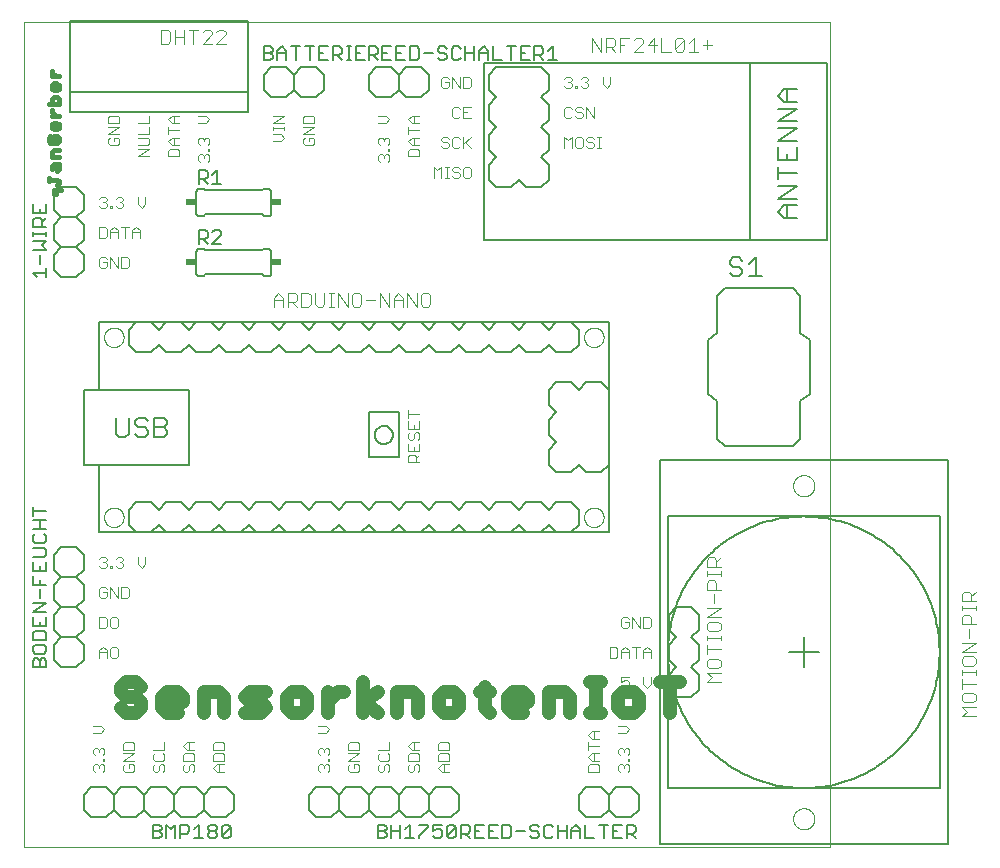
<source format=gto>
G75*
%MOIN*%
%OFA0B0*%
%FSLAX25Y25*%
%IPPOS*%
%LPD*%
%AMOC8*
5,1,8,0,0,1.08239X$1,22.5*
%
%ADD10C,0.00000*%
%ADD11C,0.00300*%
%ADD12C,0.00400*%
%ADD13C,0.04700*%
%ADD14C,0.01600*%
%ADD15C,0.00600*%
%ADD16C,0.00500*%
%ADD17R,0.03400X0.02400*%
%ADD18C,0.00700*%
D10*
X0014365Y0001000D02*
X0014365Y0275961D01*
X0283066Y0275961D01*
X0283066Y0001000D01*
X0014365Y0001000D01*
X0041115Y0111000D02*
X0041117Y0111113D01*
X0041123Y0111227D01*
X0041133Y0111340D01*
X0041147Y0111452D01*
X0041164Y0111564D01*
X0041186Y0111676D01*
X0041212Y0111786D01*
X0041241Y0111896D01*
X0041274Y0112004D01*
X0041311Y0112112D01*
X0041352Y0112217D01*
X0041396Y0112322D01*
X0041444Y0112425D01*
X0041495Y0112526D01*
X0041550Y0112625D01*
X0041609Y0112722D01*
X0041671Y0112817D01*
X0041736Y0112910D01*
X0041804Y0113001D01*
X0041875Y0113089D01*
X0041950Y0113175D01*
X0042027Y0113258D01*
X0042107Y0113338D01*
X0042190Y0113415D01*
X0042276Y0113490D01*
X0042364Y0113561D01*
X0042455Y0113629D01*
X0042548Y0113694D01*
X0042643Y0113756D01*
X0042740Y0113815D01*
X0042839Y0113870D01*
X0042940Y0113921D01*
X0043043Y0113969D01*
X0043148Y0114013D01*
X0043253Y0114054D01*
X0043361Y0114091D01*
X0043469Y0114124D01*
X0043579Y0114153D01*
X0043689Y0114179D01*
X0043801Y0114201D01*
X0043913Y0114218D01*
X0044025Y0114232D01*
X0044138Y0114242D01*
X0044252Y0114248D01*
X0044365Y0114250D01*
X0044478Y0114248D01*
X0044592Y0114242D01*
X0044705Y0114232D01*
X0044817Y0114218D01*
X0044929Y0114201D01*
X0045041Y0114179D01*
X0045151Y0114153D01*
X0045261Y0114124D01*
X0045369Y0114091D01*
X0045477Y0114054D01*
X0045582Y0114013D01*
X0045687Y0113969D01*
X0045790Y0113921D01*
X0045891Y0113870D01*
X0045990Y0113815D01*
X0046087Y0113756D01*
X0046182Y0113694D01*
X0046275Y0113629D01*
X0046366Y0113561D01*
X0046454Y0113490D01*
X0046540Y0113415D01*
X0046623Y0113338D01*
X0046703Y0113258D01*
X0046780Y0113175D01*
X0046855Y0113089D01*
X0046926Y0113001D01*
X0046994Y0112910D01*
X0047059Y0112817D01*
X0047121Y0112722D01*
X0047180Y0112625D01*
X0047235Y0112526D01*
X0047286Y0112425D01*
X0047334Y0112322D01*
X0047378Y0112217D01*
X0047419Y0112112D01*
X0047456Y0112004D01*
X0047489Y0111896D01*
X0047518Y0111786D01*
X0047544Y0111676D01*
X0047566Y0111564D01*
X0047583Y0111452D01*
X0047597Y0111340D01*
X0047607Y0111227D01*
X0047613Y0111113D01*
X0047615Y0111000D01*
X0047613Y0110887D01*
X0047607Y0110773D01*
X0047597Y0110660D01*
X0047583Y0110548D01*
X0047566Y0110436D01*
X0047544Y0110324D01*
X0047518Y0110214D01*
X0047489Y0110104D01*
X0047456Y0109996D01*
X0047419Y0109888D01*
X0047378Y0109783D01*
X0047334Y0109678D01*
X0047286Y0109575D01*
X0047235Y0109474D01*
X0047180Y0109375D01*
X0047121Y0109278D01*
X0047059Y0109183D01*
X0046994Y0109090D01*
X0046926Y0108999D01*
X0046855Y0108911D01*
X0046780Y0108825D01*
X0046703Y0108742D01*
X0046623Y0108662D01*
X0046540Y0108585D01*
X0046454Y0108510D01*
X0046366Y0108439D01*
X0046275Y0108371D01*
X0046182Y0108306D01*
X0046087Y0108244D01*
X0045990Y0108185D01*
X0045891Y0108130D01*
X0045790Y0108079D01*
X0045687Y0108031D01*
X0045582Y0107987D01*
X0045477Y0107946D01*
X0045369Y0107909D01*
X0045261Y0107876D01*
X0045151Y0107847D01*
X0045041Y0107821D01*
X0044929Y0107799D01*
X0044817Y0107782D01*
X0044705Y0107768D01*
X0044592Y0107758D01*
X0044478Y0107752D01*
X0044365Y0107750D01*
X0044252Y0107752D01*
X0044138Y0107758D01*
X0044025Y0107768D01*
X0043913Y0107782D01*
X0043801Y0107799D01*
X0043689Y0107821D01*
X0043579Y0107847D01*
X0043469Y0107876D01*
X0043361Y0107909D01*
X0043253Y0107946D01*
X0043148Y0107987D01*
X0043043Y0108031D01*
X0042940Y0108079D01*
X0042839Y0108130D01*
X0042740Y0108185D01*
X0042643Y0108244D01*
X0042548Y0108306D01*
X0042455Y0108371D01*
X0042364Y0108439D01*
X0042276Y0108510D01*
X0042190Y0108585D01*
X0042107Y0108662D01*
X0042027Y0108742D01*
X0041950Y0108825D01*
X0041875Y0108911D01*
X0041804Y0108999D01*
X0041736Y0109090D01*
X0041671Y0109183D01*
X0041609Y0109278D01*
X0041550Y0109375D01*
X0041495Y0109474D01*
X0041444Y0109575D01*
X0041396Y0109678D01*
X0041352Y0109783D01*
X0041311Y0109888D01*
X0041274Y0109996D01*
X0041241Y0110104D01*
X0041212Y0110214D01*
X0041186Y0110324D01*
X0041164Y0110436D01*
X0041147Y0110548D01*
X0041133Y0110660D01*
X0041123Y0110773D01*
X0041117Y0110887D01*
X0041115Y0111000D01*
X0041115Y0171000D02*
X0041117Y0171113D01*
X0041123Y0171227D01*
X0041133Y0171340D01*
X0041147Y0171452D01*
X0041164Y0171564D01*
X0041186Y0171676D01*
X0041212Y0171786D01*
X0041241Y0171896D01*
X0041274Y0172004D01*
X0041311Y0172112D01*
X0041352Y0172217D01*
X0041396Y0172322D01*
X0041444Y0172425D01*
X0041495Y0172526D01*
X0041550Y0172625D01*
X0041609Y0172722D01*
X0041671Y0172817D01*
X0041736Y0172910D01*
X0041804Y0173001D01*
X0041875Y0173089D01*
X0041950Y0173175D01*
X0042027Y0173258D01*
X0042107Y0173338D01*
X0042190Y0173415D01*
X0042276Y0173490D01*
X0042364Y0173561D01*
X0042455Y0173629D01*
X0042548Y0173694D01*
X0042643Y0173756D01*
X0042740Y0173815D01*
X0042839Y0173870D01*
X0042940Y0173921D01*
X0043043Y0173969D01*
X0043148Y0174013D01*
X0043253Y0174054D01*
X0043361Y0174091D01*
X0043469Y0174124D01*
X0043579Y0174153D01*
X0043689Y0174179D01*
X0043801Y0174201D01*
X0043913Y0174218D01*
X0044025Y0174232D01*
X0044138Y0174242D01*
X0044252Y0174248D01*
X0044365Y0174250D01*
X0044478Y0174248D01*
X0044592Y0174242D01*
X0044705Y0174232D01*
X0044817Y0174218D01*
X0044929Y0174201D01*
X0045041Y0174179D01*
X0045151Y0174153D01*
X0045261Y0174124D01*
X0045369Y0174091D01*
X0045477Y0174054D01*
X0045582Y0174013D01*
X0045687Y0173969D01*
X0045790Y0173921D01*
X0045891Y0173870D01*
X0045990Y0173815D01*
X0046087Y0173756D01*
X0046182Y0173694D01*
X0046275Y0173629D01*
X0046366Y0173561D01*
X0046454Y0173490D01*
X0046540Y0173415D01*
X0046623Y0173338D01*
X0046703Y0173258D01*
X0046780Y0173175D01*
X0046855Y0173089D01*
X0046926Y0173001D01*
X0046994Y0172910D01*
X0047059Y0172817D01*
X0047121Y0172722D01*
X0047180Y0172625D01*
X0047235Y0172526D01*
X0047286Y0172425D01*
X0047334Y0172322D01*
X0047378Y0172217D01*
X0047419Y0172112D01*
X0047456Y0172004D01*
X0047489Y0171896D01*
X0047518Y0171786D01*
X0047544Y0171676D01*
X0047566Y0171564D01*
X0047583Y0171452D01*
X0047597Y0171340D01*
X0047607Y0171227D01*
X0047613Y0171113D01*
X0047615Y0171000D01*
X0047613Y0170887D01*
X0047607Y0170773D01*
X0047597Y0170660D01*
X0047583Y0170548D01*
X0047566Y0170436D01*
X0047544Y0170324D01*
X0047518Y0170214D01*
X0047489Y0170104D01*
X0047456Y0169996D01*
X0047419Y0169888D01*
X0047378Y0169783D01*
X0047334Y0169678D01*
X0047286Y0169575D01*
X0047235Y0169474D01*
X0047180Y0169375D01*
X0047121Y0169278D01*
X0047059Y0169183D01*
X0046994Y0169090D01*
X0046926Y0168999D01*
X0046855Y0168911D01*
X0046780Y0168825D01*
X0046703Y0168742D01*
X0046623Y0168662D01*
X0046540Y0168585D01*
X0046454Y0168510D01*
X0046366Y0168439D01*
X0046275Y0168371D01*
X0046182Y0168306D01*
X0046087Y0168244D01*
X0045990Y0168185D01*
X0045891Y0168130D01*
X0045790Y0168079D01*
X0045687Y0168031D01*
X0045582Y0167987D01*
X0045477Y0167946D01*
X0045369Y0167909D01*
X0045261Y0167876D01*
X0045151Y0167847D01*
X0045041Y0167821D01*
X0044929Y0167799D01*
X0044817Y0167782D01*
X0044705Y0167768D01*
X0044592Y0167758D01*
X0044478Y0167752D01*
X0044365Y0167750D01*
X0044252Y0167752D01*
X0044138Y0167758D01*
X0044025Y0167768D01*
X0043913Y0167782D01*
X0043801Y0167799D01*
X0043689Y0167821D01*
X0043579Y0167847D01*
X0043469Y0167876D01*
X0043361Y0167909D01*
X0043253Y0167946D01*
X0043148Y0167987D01*
X0043043Y0168031D01*
X0042940Y0168079D01*
X0042839Y0168130D01*
X0042740Y0168185D01*
X0042643Y0168244D01*
X0042548Y0168306D01*
X0042455Y0168371D01*
X0042364Y0168439D01*
X0042276Y0168510D01*
X0042190Y0168585D01*
X0042107Y0168662D01*
X0042027Y0168742D01*
X0041950Y0168825D01*
X0041875Y0168911D01*
X0041804Y0168999D01*
X0041736Y0169090D01*
X0041671Y0169183D01*
X0041609Y0169278D01*
X0041550Y0169375D01*
X0041495Y0169474D01*
X0041444Y0169575D01*
X0041396Y0169678D01*
X0041352Y0169783D01*
X0041311Y0169888D01*
X0041274Y0169996D01*
X0041241Y0170104D01*
X0041212Y0170214D01*
X0041186Y0170324D01*
X0041164Y0170436D01*
X0041147Y0170548D01*
X0041133Y0170660D01*
X0041123Y0170773D01*
X0041117Y0170887D01*
X0041115Y0171000D01*
X0201115Y0171000D02*
X0201117Y0171113D01*
X0201123Y0171227D01*
X0201133Y0171340D01*
X0201147Y0171452D01*
X0201164Y0171564D01*
X0201186Y0171676D01*
X0201212Y0171786D01*
X0201241Y0171896D01*
X0201274Y0172004D01*
X0201311Y0172112D01*
X0201352Y0172217D01*
X0201396Y0172322D01*
X0201444Y0172425D01*
X0201495Y0172526D01*
X0201550Y0172625D01*
X0201609Y0172722D01*
X0201671Y0172817D01*
X0201736Y0172910D01*
X0201804Y0173001D01*
X0201875Y0173089D01*
X0201950Y0173175D01*
X0202027Y0173258D01*
X0202107Y0173338D01*
X0202190Y0173415D01*
X0202276Y0173490D01*
X0202364Y0173561D01*
X0202455Y0173629D01*
X0202548Y0173694D01*
X0202643Y0173756D01*
X0202740Y0173815D01*
X0202839Y0173870D01*
X0202940Y0173921D01*
X0203043Y0173969D01*
X0203148Y0174013D01*
X0203253Y0174054D01*
X0203361Y0174091D01*
X0203469Y0174124D01*
X0203579Y0174153D01*
X0203689Y0174179D01*
X0203801Y0174201D01*
X0203913Y0174218D01*
X0204025Y0174232D01*
X0204138Y0174242D01*
X0204252Y0174248D01*
X0204365Y0174250D01*
X0204478Y0174248D01*
X0204592Y0174242D01*
X0204705Y0174232D01*
X0204817Y0174218D01*
X0204929Y0174201D01*
X0205041Y0174179D01*
X0205151Y0174153D01*
X0205261Y0174124D01*
X0205369Y0174091D01*
X0205477Y0174054D01*
X0205582Y0174013D01*
X0205687Y0173969D01*
X0205790Y0173921D01*
X0205891Y0173870D01*
X0205990Y0173815D01*
X0206087Y0173756D01*
X0206182Y0173694D01*
X0206275Y0173629D01*
X0206366Y0173561D01*
X0206454Y0173490D01*
X0206540Y0173415D01*
X0206623Y0173338D01*
X0206703Y0173258D01*
X0206780Y0173175D01*
X0206855Y0173089D01*
X0206926Y0173001D01*
X0206994Y0172910D01*
X0207059Y0172817D01*
X0207121Y0172722D01*
X0207180Y0172625D01*
X0207235Y0172526D01*
X0207286Y0172425D01*
X0207334Y0172322D01*
X0207378Y0172217D01*
X0207419Y0172112D01*
X0207456Y0172004D01*
X0207489Y0171896D01*
X0207518Y0171786D01*
X0207544Y0171676D01*
X0207566Y0171564D01*
X0207583Y0171452D01*
X0207597Y0171340D01*
X0207607Y0171227D01*
X0207613Y0171113D01*
X0207615Y0171000D01*
X0207613Y0170887D01*
X0207607Y0170773D01*
X0207597Y0170660D01*
X0207583Y0170548D01*
X0207566Y0170436D01*
X0207544Y0170324D01*
X0207518Y0170214D01*
X0207489Y0170104D01*
X0207456Y0169996D01*
X0207419Y0169888D01*
X0207378Y0169783D01*
X0207334Y0169678D01*
X0207286Y0169575D01*
X0207235Y0169474D01*
X0207180Y0169375D01*
X0207121Y0169278D01*
X0207059Y0169183D01*
X0206994Y0169090D01*
X0206926Y0168999D01*
X0206855Y0168911D01*
X0206780Y0168825D01*
X0206703Y0168742D01*
X0206623Y0168662D01*
X0206540Y0168585D01*
X0206454Y0168510D01*
X0206366Y0168439D01*
X0206275Y0168371D01*
X0206182Y0168306D01*
X0206087Y0168244D01*
X0205990Y0168185D01*
X0205891Y0168130D01*
X0205790Y0168079D01*
X0205687Y0168031D01*
X0205582Y0167987D01*
X0205477Y0167946D01*
X0205369Y0167909D01*
X0205261Y0167876D01*
X0205151Y0167847D01*
X0205041Y0167821D01*
X0204929Y0167799D01*
X0204817Y0167782D01*
X0204705Y0167768D01*
X0204592Y0167758D01*
X0204478Y0167752D01*
X0204365Y0167750D01*
X0204252Y0167752D01*
X0204138Y0167758D01*
X0204025Y0167768D01*
X0203913Y0167782D01*
X0203801Y0167799D01*
X0203689Y0167821D01*
X0203579Y0167847D01*
X0203469Y0167876D01*
X0203361Y0167909D01*
X0203253Y0167946D01*
X0203148Y0167987D01*
X0203043Y0168031D01*
X0202940Y0168079D01*
X0202839Y0168130D01*
X0202740Y0168185D01*
X0202643Y0168244D01*
X0202548Y0168306D01*
X0202455Y0168371D01*
X0202364Y0168439D01*
X0202276Y0168510D01*
X0202190Y0168585D01*
X0202107Y0168662D01*
X0202027Y0168742D01*
X0201950Y0168825D01*
X0201875Y0168911D01*
X0201804Y0168999D01*
X0201736Y0169090D01*
X0201671Y0169183D01*
X0201609Y0169278D01*
X0201550Y0169375D01*
X0201495Y0169474D01*
X0201444Y0169575D01*
X0201396Y0169678D01*
X0201352Y0169783D01*
X0201311Y0169888D01*
X0201274Y0169996D01*
X0201241Y0170104D01*
X0201212Y0170214D01*
X0201186Y0170324D01*
X0201164Y0170436D01*
X0201147Y0170548D01*
X0201133Y0170660D01*
X0201123Y0170773D01*
X0201117Y0170887D01*
X0201115Y0171000D01*
X0201115Y0111000D02*
X0201117Y0111113D01*
X0201123Y0111227D01*
X0201133Y0111340D01*
X0201147Y0111452D01*
X0201164Y0111564D01*
X0201186Y0111676D01*
X0201212Y0111786D01*
X0201241Y0111896D01*
X0201274Y0112004D01*
X0201311Y0112112D01*
X0201352Y0112217D01*
X0201396Y0112322D01*
X0201444Y0112425D01*
X0201495Y0112526D01*
X0201550Y0112625D01*
X0201609Y0112722D01*
X0201671Y0112817D01*
X0201736Y0112910D01*
X0201804Y0113001D01*
X0201875Y0113089D01*
X0201950Y0113175D01*
X0202027Y0113258D01*
X0202107Y0113338D01*
X0202190Y0113415D01*
X0202276Y0113490D01*
X0202364Y0113561D01*
X0202455Y0113629D01*
X0202548Y0113694D01*
X0202643Y0113756D01*
X0202740Y0113815D01*
X0202839Y0113870D01*
X0202940Y0113921D01*
X0203043Y0113969D01*
X0203148Y0114013D01*
X0203253Y0114054D01*
X0203361Y0114091D01*
X0203469Y0114124D01*
X0203579Y0114153D01*
X0203689Y0114179D01*
X0203801Y0114201D01*
X0203913Y0114218D01*
X0204025Y0114232D01*
X0204138Y0114242D01*
X0204252Y0114248D01*
X0204365Y0114250D01*
X0204478Y0114248D01*
X0204592Y0114242D01*
X0204705Y0114232D01*
X0204817Y0114218D01*
X0204929Y0114201D01*
X0205041Y0114179D01*
X0205151Y0114153D01*
X0205261Y0114124D01*
X0205369Y0114091D01*
X0205477Y0114054D01*
X0205582Y0114013D01*
X0205687Y0113969D01*
X0205790Y0113921D01*
X0205891Y0113870D01*
X0205990Y0113815D01*
X0206087Y0113756D01*
X0206182Y0113694D01*
X0206275Y0113629D01*
X0206366Y0113561D01*
X0206454Y0113490D01*
X0206540Y0113415D01*
X0206623Y0113338D01*
X0206703Y0113258D01*
X0206780Y0113175D01*
X0206855Y0113089D01*
X0206926Y0113001D01*
X0206994Y0112910D01*
X0207059Y0112817D01*
X0207121Y0112722D01*
X0207180Y0112625D01*
X0207235Y0112526D01*
X0207286Y0112425D01*
X0207334Y0112322D01*
X0207378Y0112217D01*
X0207419Y0112112D01*
X0207456Y0112004D01*
X0207489Y0111896D01*
X0207518Y0111786D01*
X0207544Y0111676D01*
X0207566Y0111564D01*
X0207583Y0111452D01*
X0207597Y0111340D01*
X0207607Y0111227D01*
X0207613Y0111113D01*
X0207615Y0111000D01*
X0207613Y0110887D01*
X0207607Y0110773D01*
X0207597Y0110660D01*
X0207583Y0110548D01*
X0207566Y0110436D01*
X0207544Y0110324D01*
X0207518Y0110214D01*
X0207489Y0110104D01*
X0207456Y0109996D01*
X0207419Y0109888D01*
X0207378Y0109783D01*
X0207334Y0109678D01*
X0207286Y0109575D01*
X0207235Y0109474D01*
X0207180Y0109375D01*
X0207121Y0109278D01*
X0207059Y0109183D01*
X0206994Y0109090D01*
X0206926Y0108999D01*
X0206855Y0108911D01*
X0206780Y0108825D01*
X0206703Y0108742D01*
X0206623Y0108662D01*
X0206540Y0108585D01*
X0206454Y0108510D01*
X0206366Y0108439D01*
X0206275Y0108371D01*
X0206182Y0108306D01*
X0206087Y0108244D01*
X0205990Y0108185D01*
X0205891Y0108130D01*
X0205790Y0108079D01*
X0205687Y0108031D01*
X0205582Y0107987D01*
X0205477Y0107946D01*
X0205369Y0107909D01*
X0205261Y0107876D01*
X0205151Y0107847D01*
X0205041Y0107821D01*
X0204929Y0107799D01*
X0204817Y0107782D01*
X0204705Y0107768D01*
X0204592Y0107758D01*
X0204478Y0107752D01*
X0204365Y0107750D01*
X0204252Y0107752D01*
X0204138Y0107758D01*
X0204025Y0107768D01*
X0203913Y0107782D01*
X0203801Y0107799D01*
X0203689Y0107821D01*
X0203579Y0107847D01*
X0203469Y0107876D01*
X0203361Y0107909D01*
X0203253Y0107946D01*
X0203148Y0107987D01*
X0203043Y0108031D01*
X0202940Y0108079D01*
X0202839Y0108130D01*
X0202740Y0108185D01*
X0202643Y0108244D01*
X0202548Y0108306D01*
X0202455Y0108371D01*
X0202364Y0108439D01*
X0202276Y0108510D01*
X0202190Y0108585D01*
X0202107Y0108662D01*
X0202027Y0108742D01*
X0201950Y0108825D01*
X0201875Y0108911D01*
X0201804Y0108999D01*
X0201736Y0109090D01*
X0201671Y0109183D01*
X0201609Y0109278D01*
X0201550Y0109375D01*
X0201495Y0109474D01*
X0201444Y0109575D01*
X0201396Y0109678D01*
X0201352Y0109783D01*
X0201311Y0109888D01*
X0201274Y0109996D01*
X0201241Y0110104D01*
X0201212Y0110214D01*
X0201186Y0110324D01*
X0201164Y0110436D01*
X0201147Y0110548D01*
X0201133Y0110660D01*
X0201123Y0110773D01*
X0201117Y0110887D01*
X0201115Y0111000D01*
X0270822Y0121512D02*
X0270824Y0121630D01*
X0270830Y0121749D01*
X0270840Y0121867D01*
X0270854Y0121984D01*
X0270871Y0122101D01*
X0270893Y0122218D01*
X0270919Y0122333D01*
X0270948Y0122448D01*
X0270981Y0122562D01*
X0271018Y0122674D01*
X0271059Y0122785D01*
X0271103Y0122895D01*
X0271151Y0123003D01*
X0271203Y0123110D01*
X0271258Y0123215D01*
X0271317Y0123318D01*
X0271379Y0123418D01*
X0271444Y0123517D01*
X0271513Y0123614D01*
X0271584Y0123708D01*
X0271659Y0123799D01*
X0271737Y0123889D01*
X0271818Y0123975D01*
X0271902Y0124059D01*
X0271988Y0124140D01*
X0272078Y0124218D01*
X0272169Y0124293D01*
X0272263Y0124364D01*
X0272360Y0124433D01*
X0272459Y0124498D01*
X0272559Y0124560D01*
X0272662Y0124619D01*
X0272767Y0124674D01*
X0272874Y0124726D01*
X0272982Y0124774D01*
X0273092Y0124818D01*
X0273203Y0124859D01*
X0273315Y0124896D01*
X0273429Y0124929D01*
X0273544Y0124958D01*
X0273659Y0124984D01*
X0273776Y0125006D01*
X0273893Y0125023D01*
X0274010Y0125037D01*
X0274128Y0125047D01*
X0274247Y0125053D01*
X0274365Y0125055D01*
X0274483Y0125053D01*
X0274602Y0125047D01*
X0274720Y0125037D01*
X0274837Y0125023D01*
X0274954Y0125006D01*
X0275071Y0124984D01*
X0275186Y0124958D01*
X0275301Y0124929D01*
X0275415Y0124896D01*
X0275527Y0124859D01*
X0275638Y0124818D01*
X0275748Y0124774D01*
X0275856Y0124726D01*
X0275963Y0124674D01*
X0276068Y0124619D01*
X0276171Y0124560D01*
X0276271Y0124498D01*
X0276370Y0124433D01*
X0276467Y0124364D01*
X0276561Y0124293D01*
X0276652Y0124218D01*
X0276742Y0124140D01*
X0276828Y0124059D01*
X0276912Y0123975D01*
X0276993Y0123889D01*
X0277071Y0123799D01*
X0277146Y0123708D01*
X0277217Y0123614D01*
X0277286Y0123517D01*
X0277351Y0123418D01*
X0277413Y0123318D01*
X0277472Y0123215D01*
X0277527Y0123110D01*
X0277579Y0123003D01*
X0277627Y0122895D01*
X0277671Y0122785D01*
X0277712Y0122674D01*
X0277749Y0122562D01*
X0277782Y0122448D01*
X0277811Y0122333D01*
X0277837Y0122218D01*
X0277859Y0122101D01*
X0277876Y0121984D01*
X0277890Y0121867D01*
X0277900Y0121749D01*
X0277906Y0121630D01*
X0277908Y0121512D01*
X0277906Y0121394D01*
X0277900Y0121275D01*
X0277890Y0121157D01*
X0277876Y0121040D01*
X0277859Y0120923D01*
X0277837Y0120806D01*
X0277811Y0120691D01*
X0277782Y0120576D01*
X0277749Y0120462D01*
X0277712Y0120350D01*
X0277671Y0120239D01*
X0277627Y0120129D01*
X0277579Y0120021D01*
X0277527Y0119914D01*
X0277472Y0119809D01*
X0277413Y0119706D01*
X0277351Y0119606D01*
X0277286Y0119507D01*
X0277217Y0119410D01*
X0277146Y0119316D01*
X0277071Y0119225D01*
X0276993Y0119135D01*
X0276912Y0119049D01*
X0276828Y0118965D01*
X0276742Y0118884D01*
X0276652Y0118806D01*
X0276561Y0118731D01*
X0276467Y0118660D01*
X0276370Y0118591D01*
X0276271Y0118526D01*
X0276171Y0118464D01*
X0276068Y0118405D01*
X0275963Y0118350D01*
X0275856Y0118298D01*
X0275748Y0118250D01*
X0275638Y0118206D01*
X0275527Y0118165D01*
X0275415Y0118128D01*
X0275301Y0118095D01*
X0275186Y0118066D01*
X0275071Y0118040D01*
X0274954Y0118018D01*
X0274837Y0118001D01*
X0274720Y0117987D01*
X0274602Y0117977D01*
X0274483Y0117971D01*
X0274365Y0117969D01*
X0274247Y0117971D01*
X0274128Y0117977D01*
X0274010Y0117987D01*
X0273893Y0118001D01*
X0273776Y0118018D01*
X0273659Y0118040D01*
X0273544Y0118066D01*
X0273429Y0118095D01*
X0273315Y0118128D01*
X0273203Y0118165D01*
X0273092Y0118206D01*
X0272982Y0118250D01*
X0272874Y0118298D01*
X0272767Y0118350D01*
X0272662Y0118405D01*
X0272559Y0118464D01*
X0272459Y0118526D01*
X0272360Y0118591D01*
X0272263Y0118660D01*
X0272169Y0118731D01*
X0272078Y0118806D01*
X0271988Y0118884D01*
X0271902Y0118965D01*
X0271818Y0119049D01*
X0271737Y0119135D01*
X0271659Y0119225D01*
X0271584Y0119316D01*
X0271513Y0119410D01*
X0271444Y0119507D01*
X0271379Y0119606D01*
X0271317Y0119706D01*
X0271258Y0119809D01*
X0271203Y0119914D01*
X0271151Y0120021D01*
X0271103Y0120129D01*
X0271059Y0120239D01*
X0271018Y0120350D01*
X0270981Y0120462D01*
X0270948Y0120576D01*
X0270919Y0120691D01*
X0270893Y0120806D01*
X0270871Y0120923D01*
X0270854Y0121040D01*
X0270840Y0121157D01*
X0270830Y0121275D01*
X0270824Y0121394D01*
X0270822Y0121512D01*
X0270822Y0010488D02*
X0270824Y0010606D01*
X0270830Y0010725D01*
X0270840Y0010843D01*
X0270854Y0010960D01*
X0270871Y0011077D01*
X0270893Y0011194D01*
X0270919Y0011309D01*
X0270948Y0011424D01*
X0270981Y0011538D01*
X0271018Y0011650D01*
X0271059Y0011761D01*
X0271103Y0011871D01*
X0271151Y0011979D01*
X0271203Y0012086D01*
X0271258Y0012191D01*
X0271317Y0012294D01*
X0271379Y0012394D01*
X0271444Y0012493D01*
X0271513Y0012590D01*
X0271584Y0012684D01*
X0271659Y0012775D01*
X0271737Y0012865D01*
X0271818Y0012951D01*
X0271902Y0013035D01*
X0271988Y0013116D01*
X0272078Y0013194D01*
X0272169Y0013269D01*
X0272263Y0013340D01*
X0272360Y0013409D01*
X0272459Y0013474D01*
X0272559Y0013536D01*
X0272662Y0013595D01*
X0272767Y0013650D01*
X0272874Y0013702D01*
X0272982Y0013750D01*
X0273092Y0013794D01*
X0273203Y0013835D01*
X0273315Y0013872D01*
X0273429Y0013905D01*
X0273544Y0013934D01*
X0273659Y0013960D01*
X0273776Y0013982D01*
X0273893Y0013999D01*
X0274010Y0014013D01*
X0274128Y0014023D01*
X0274247Y0014029D01*
X0274365Y0014031D01*
X0274483Y0014029D01*
X0274602Y0014023D01*
X0274720Y0014013D01*
X0274837Y0013999D01*
X0274954Y0013982D01*
X0275071Y0013960D01*
X0275186Y0013934D01*
X0275301Y0013905D01*
X0275415Y0013872D01*
X0275527Y0013835D01*
X0275638Y0013794D01*
X0275748Y0013750D01*
X0275856Y0013702D01*
X0275963Y0013650D01*
X0276068Y0013595D01*
X0276171Y0013536D01*
X0276271Y0013474D01*
X0276370Y0013409D01*
X0276467Y0013340D01*
X0276561Y0013269D01*
X0276652Y0013194D01*
X0276742Y0013116D01*
X0276828Y0013035D01*
X0276912Y0012951D01*
X0276993Y0012865D01*
X0277071Y0012775D01*
X0277146Y0012684D01*
X0277217Y0012590D01*
X0277286Y0012493D01*
X0277351Y0012394D01*
X0277413Y0012294D01*
X0277472Y0012191D01*
X0277527Y0012086D01*
X0277579Y0011979D01*
X0277627Y0011871D01*
X0277671Y0011761D01*
X0277712Y0011650D01*
X0277749Y0011538D01*
X0277782Y0011424D01*
X0277811Y0011309D01*
X0277837Y0011194D01*
X0277859Y0011077D01*
X0277876Y0010960D01*
X0277890Y0010843D01*
X0277900Y0010725D01*
X0277906Y0010606D01*
X0277908Y0010488D01*
X0277906Y0010370D01*
X0277900Y0010251D01*
X0277890Y0010133D01*
X0277876Y0010016D01*
X0277859Y0009899D01*
X0277837Y0009782D01*
X0277811Y0009667D01*
X0277782Y0009552D01*
X0277749Y0009438D01*
X0277712Y0009326D01*
X0277671Y0009215D01*
X0277627Y0009105D01*
X0277579Y0008997D01*
X0277527Y0008890D01*
X0277472Y0008785D01*
X0277413Y0008682D01*
X0277351Y0008582D01*
X0277286Y0008483D01*
X0277217Y0008386D01*
X0277146Y0008292D01*
X0277071Y0008201D01*
X0276993Y0008111D01*
X0276912Y0008025D01*
X0276828Y0007941D01*
X0276742Y0007860D01*
X0276652Y0007782D01*
X0276561Y0007707D01*
X0276467Y0007636D01*
X0276370Y0007567D01*
X0276271Y0007502D01*
X0276171Y0007440D01*
X0276068Y0007381D01*
X0275963Y0007326D01*
X0275856Y0007274D01*
X0275748Y0007226D01*
X0275638Y0007182D01*
X0275527Y0007141D01*
X0275415Y0007104D01*
X0275301Y0007071D01*
X0275186Y0007042D01*
X0275071Y0007016D01*
X0274954Y0006994D01*
X0274837Y0006977D01*
X0274720Y0006963D01*
X0274602Y0006953D01*
X0274483Y0006947D01*
X0274365Y0006945D01*
X0274247Y0006947D01*
X0274128Y0006953D01*
X0274010Y0006963D01*
X0273893Y0006977D01*
X0273776Y0006994D01*
X0273659Y0007016D01*
X0273544Y0007042D01*
X0273429Y0007071D01*
X0273315Y0007104D01*
X0273203Y0007141D01*
X0273092Y0007182D01*
X0272982Y0007226D01*
X0272874Y0007274D01*
X0272767Y0007326D01*
X0272662Y0007381D01*
X0272559Y0007440D01*
X0272459Y0007502D01*
X0272360Y0007567D01*
X0272263Y0007636D01*
X0272169Y0007707D01*
X0272078Y0007782D01*
X0271988Y0007860D01*
X0271902Y0007941D01*
X0271818Y0008025D01*
X0271737Y0008111D01*
X0271659Y0008201D01*
X0271584Y0008292D01*
X0271513Y0008386D01*
X0271444Y0008483D01*
X0271379Y0008582D01*
X0271317Y0008682D01*
X0271258Y0008785D01*
X0271203Y0008890D01*
X0271151Y0008997D01*
X0271103Y0009105D01*
X0271059Y0009215D01*
X0271018Y0009326D01*
X0270981Y0009438D01*
X0270948Y0009552D01*
X0270919Y0009667D01*
X0270893Y0009782D01*
X0270871Y0009899D01*
X0270854Y0010016D01*
X0270840Y0010133D01*
X0270830Y0010251D01*
X0270824Y0010370D01*
X0270822Y0010488D01*
D11*
X0216215Y0026767D02*
X0215598Y0026150D01*
X0216215Y0026767D02*
X0216215Y0028002D01*
X0215598Y0028619D01*
X0214981Y0028619D01*
X0214364Y0028002D01*
X0214364Y0027384D01*
X0214364Y0028002D02*
X0213746Y0028619D01*
X0213129Y0028619D01*
X0212512Y0028002D01*
X0212512Y0026767D01*
X0213129Y0026150D01*
X0215598Y0029833D02*
X0215598Y0030450D01*
X0216215Y0030450D01*
X0216215Y0029833D01*
X0215598Y0029833D01*
X0215598Y0031675D02*
X0216215Y0032292D01*
X0216215Y0033526D01*
X0215598Y0034143D01*
X0214981Y0034143D01*
X0214364Y0033526D01*
X0214364Y0032909D01*
X0214364Y0033526D02*
X0213746Y0034143D01*
X0213129Y0034143D01*
X0212512Y0033526D01*
X0212512Y0032292D01*
X0213129Y0031675D01*
X0206215Y0032302D02*
X0203746Y0032302D01*
X0202512Y0031068D01*
X0203746Y0029833D01*
X0206215Y0029833D01*
X0205598Y0028619D02*
X0203129Y0028619D01*
X0202512Y0028002D01*
X0202512Y0026150D01*
X0206215Y0026150D01*
X0206215Y0028002D01*
X0205598Y0028619D01*
X0204364Y0029833D02*
X0204364Y0032302D01*
X0202512Y0033516D02*
X0202512Y0035985D01*
X0202512Y0034751D02*
X0206215Y0034751D01*
X0206215Y0037199D02*
X0203746Y0037199D01*
X0202512Y0038434D01*
X0203746Y0039668D01*
X0206215Y0039668D01*
X0204364Y0039668D02*
X0204364Y0037199D01*
X0212512Y0039041D02*
X0214981Y0039041D01*
X0216215Y0040275D01*
X0214981Y0041510D01*
X0212512Y0041510D01*
X0214083Y0054150D02*
X0213466Y0054767D01*
X0214083Y0054150D02*
X0215317Y0054150D01*
X0215935Y0054767D01*
X0215935Y0056002D01*
X0215317Y0056619D01*
X0214700Y0056619D01*
X0213466Y0056002D01*
X0213466Y0057853D01*
X0215935Y0057853D01*
X0220832Y0057853D02*
X0220832Y0055384D01*
X0222067Y0054150D01*
X0223301Y0055384D01*
X0223301Y0057853D01*
X0223301Y0064150D02*
X0223301Y0066619D01*
X0222066Y0067853D01*
X0220832Y0066619D01*
X0220832Y0064150D01*
X0220832Y0066002D02*
X0223301Y0066002D01*
X0219618Y0067853D02*
X0217149Y0067853D01*
X0218383Y0067853D02*
X0218383Y0064150D01*
X0215935Y0064150D02*
X0215935Y0066619D01*
X0214700Y0067853D01*
X0213466Y0066619D01*
X0213466Y0064150D01*
X0212251Y0064767D02*
X0212251Y0067236D01*
X0211634Y0067853D01*
X0209783Y0067853D01*
X0209783Y0064150D01*
X0211634Y0064150D01*
X0212251Y0064767D01*
X0213466Y0066002D02*
X0215935Y0066002D01*
X0215317Y0074150D02*
X0214083Y0074150D01*
X0213466Y0074767D01*
X0213466Y0077236D01*
X0214083Y0077853D01*
X0215317Y0077853D01*
X0215935Y0077236D01*
X0215935Y0076002D02*
X0214700Y0076002D01*
X0215935Y0076002D02*
X0215935Y0074767D01*
X0215317Y0074150D01*
X0217149Y0074150D02*
X0217149Y0077853D01*
X0219618Y0074150D01*
X0219618Y0077853D01*
X0220832Y0077853D02*
X0222684Y0077853D01*
X0223301Y0077236D01*
X0223301Y0074767D01*
X0222684Y0074150D01*
X0220832Y0074150D01*
X0220832Y0077853D01*
X0156215Y0035368D02*
X0155598Y0035985D01*
X0153129Y0035985D01*
X0152512Y0035368D01*
X0152512Y0033516D01*
X0156215Y0033516D01*
X0156215Y0035368D01*
X0155598Y0032302D02*
X0153129Y0032302D01*
X0152512Y0031685D01*
X0152512Y0029833D01*
X0156215Y0029833D01*
X0156215Y0031685D01*
X0155598Y0032302D01*
X0156215Y0028619D02*
X0153746Y0028619D01*
X0152512Y0027384D01*
X0153746Y0026150D01*
X0156215Y0026150D01*
X0154364Y0026150D02*
X0154364Y0028619D01*
X0146215Y0028002D02*
X0146215Y0026767D01*
X0145598Y0026150D01*
X0144364Y0026767D02*
X0144364Y0028002D01*
X0144981Y0028619D01*
X0145598Y0028619D01*
X0146215Y0028002D01*
X0146215Y0029833D02*
X0146215Y0031685D01*
X0145598Y0032302D01*
X0143129Y0032302D01*
X0142512Y0031685D01*
X0142512Y0029833D01*
X0146215Y0029833D01*
X0143129Y0028619D02*
X0142512Y0028002D01*
X0142512Y0026767D01*
X0143129Y0026150D01*
X0143746Y0026150D01*
X0144364Y0026767D01*
X0144364Y0033516D02*
X0144364Y0035985D01*
X0143746Y0035985D02*
X0146215Y0035985D01*
X0143746Y0035985D02*
X0142512Y0034751D01*
X0143746Y0033516D01*
X0146215Y0033516D01*
X0136215Y0033516D02*
X0136215Y0035985D01*
X0136215Y0033516D02*
X0132512Y0033516D01*
X0133129Y0032302D02*
X0132512Y0031685D01*
X0132512Y0030450D01*
X0133129Y0029833D01*
X0135598Y0029833D01*
X0136215Y0030450D01*
X0136215Y0031685D01*
X0135598Y0032302D01*
X0135598Y0028619D02*
X0136215Y0028002D01*
X0136215Y0026767D01*
X0135598Y0026150D01*
X0134364Y0026767D02*
X0134364Y0028002D01*
X0134981Y0028619D01*
X0135598Y0028619D01*
X0134364Y0026767D02*
X0133746Y0026150D01*
X0133129Y0026150D01*
X0132512Y0026767D01*
X0132512Y0028002D01*
X0133129Y0028619D01*
X0126215Y0028002D02*
X0126215Y0026767D01*
X0125598Y0026150D01*
X0123129Y0026150D01*
X0122512Y0026767D01*
X0122512Y0028002D01*
X0123129Y0028619D01*
X0124364Y0028619D02*
X0124364Y0027384D01*
X0124364Y0028619D02*
X0125598Y0028619D01*
X0126215Y0028002D01*
X0126215Y0029833D02*
X0122512Y0029833D01*
X0126215Y0032302D01*
X0122512Y0032302D01*
X0122512Y0033516D02*
X0122512Y0035368D01*
X0123129Y0035985D01*
X0125598Y0035985D01*
X0126215Y0035368D01*
X0126215Y0033516D01*
X0122512Y0033516D01*
X0116215Y0033526D02*
X0116215Y0032292D01*
X0115598Y0031675D01*
X0115598Y0030450D02*
X0116215Y0030450D01*
X0116215Y0029833D01*
X0115598Y0029833D01*
X0115598Y0030450D01*
X0115598Y0028619D02*
X0116215Y0028002D01*
X0116215Y0026767D01*
X0115598Y0026150D01*
X0114364Y0027384D02*
X0114364Y0028002D01*
X0114981Y0028619D01*
X0115598Y0028619D01*
X0114364Y0028002D02*
X0113746Y0028619D01*
X0113129Y0028619D01*
X0112512Y0028002D01*
X0112512Y0026767D01*
X0113129Y0026150D01*
X0113129Y0031675D02*
X0112512Y0032292D01*
X0112512Y0033526D01*
X0113129Y0034143D01*
X0113746Y0034143D01*
X0114364Y0033526D01*
X0114981Y0034143D01*
X0115598Y0034143D01*
X0116215Y0033526D01*
X0114364Y0033526D02*
X0114364Y0032909D01*
X0114981Y0039041D02*
X0112512Y0039041D01*
X0112512Y0041510D02*
X0114981Y0041510D01*
X0116215Y0040275D01*
X0114981Y0039041D01*
X0081215Y0035368D02*
X0080598Y0035985D01*
X0078129Y0035985D01*
X0077512Y0035368D01*
X0077512Y0033516D01*
X0081215Y0033516D01*
X0081215Y0035368D01*
X0080598Y0032302D02*
X0078129Y0032302D01*
X0077512Y0031685D01*
X0077512Y0029833D01*
X0081215Y0029833D01*
X0081215Y0031685D01*
X0080598Y0032302D01*
X0081215Y0028619D02*
X0078746Y0028619D01*
X0077512Y0027384D01*
X0078746Y0026150D01*
X0081215Y0026150D01*
X0079364Y0026150D02*
X0079364Y0028619D01*
X0071215Y0028002D02*
X0071215Y0026767D01*
X0070598Y0026150D01*
X0069364Y0026767D02*
X0069364Y0028002D01*
X0069981Y0028619D01*
X0070598Y0028619D01*
X0071215Y0028002D01*
X0071215Y0029833D02*
X0071215Y0031685D01*
X0070598Y0032302D01*
X0068129Y0032302D01*
X0067512Y0031685D01*
X0067512Y0029833D01*
X0071215Y0029833D01*
X0068129Y0028619D02*
X0067512Y0028002D01*
X0067512Y0026767D01*
X0068129Y0026150D01*
X0068746Y0026150D01*
X0069364Y0026767D01*
X0061215Y0026767D02*
X0060598Y0026150D01*
X0061215Y0026767D02*
X0061215Y0028002D01*
X0060598Y0028619D01*
X0059981Y0028619D01*
X0059364Y0028002D01*
X0059364Y0026767D01*
X0058746Y0026150D01*
X0058129Y0026150D01*
X0057512Y0026767D01*
X0057512Y0028002D01*
X0058129Y0028619D01*
X0058129Y0029833D02*
X0060598Y0029833D01*
X0061215Y0030450D01*
X0061215Y0031685D01*
X0060598Y0032302D01*
X0061215Y0033516D02*
X0057512Y0033516D01*
X0058129Y0032302D02*
X0057512Y0031685D01*
X0057512Y0030450D01*
X0058129Y0029833D01*
X0061215Y0033516D02*
X0061215Y0035985D01*
X0067512Y0034751D02*
X0068746Y0035985D01*
X0071215Y0035985D01*
X0069364Y0035985D02*
X0069364Y0033516D01*
X0068746Y0033516D02*
X0067512Y0034751D01*
X0068746Y0033516D02*
X0071215Y0033516D01*
X0051215Y0033516D02*
X0051215Y0035368D01*
X0050598Y0035985D01*
X0048129Y0035985D01*
X0047512Y0035368D01*
X0047512Y0033516D01*
X0051215Y0033516D01*
X0051215Y0032302D02*
X0047512Y0032302D01*
X0047512Y0029833D02*
X0051215Y0032302D01*
X0051215Y0029833D02*
X0047512Y0029833D01*
X0048129Y0028619D02*
X0047512Y0028002D01*
X0047512Y0026767D01*
X0048129Y0026150D01*
X0050598Y0026150D01*
X0051215Y0026767D01*
X0051215Y0028002D01*
X0050598Y0028619D01*
X0049364Y0028619D01*
X0049364Y0027384D01*
X0041215Y0026767D02*
X0040598Y0026150D01*
X0041215Y0026767D02*
X0041215Y0028002D01*
X0040598Y0028619D01*
X0039981Y0028619D01*
X0039364Y0028002D01*
X0039364Y0027384D01*
X0039364Y0028002D02*
X0038746Y0028619D01*
X0038129Y0028619D01*
X0037512Y0028002D01*
X0037512Y0026767D01*
X0038129Y0026150D01*
X0040598Y0029833D02*
X0040598Y0030450D01*
X0041215Y0030450D01*
X0041215Y0029833D01*
X0040598Y0029833D01*
X0040598Y0031675D02*
X0041215Y0032292D01*
X0041215Y0033526D01*
X0040598Y0034143D01*
X0039981Y0034143D01*
X0039364Y0033526D01*
X0039364Y0032909D01*
X0039364Y0033526D02*
X0038746Y0034143D01*
X0038129Y0034143D01*
X0037512Y0033526D01*
X0037512Y0032292D01*
X0038129Y0031675D01*
X0037512Y0039041D02*
X0039981Y0039041D01*
X0041215Y0040275D01*
X0039981Y0041510D01*
X0037512Y0041510D01*
X0039515Y0064150D02*
X0039515Y0066619D01*
X0040750Y0067853D01*
X0041984Y0066619D01*
X0041984Y0064150D01*
X0043198Y0064767D02*
X0043816Y0064150D01*
X0045050Y0064150D01*
X0045667Y0064767D01*
X0045667Y0067236D01*
X0045050Y0067853D01*
X0043816Y0067853D01*
X0043198Y0067236D01*
X0043198Y0064767D01*
X0041984Y0066002D02*
X0039515Y0066002D01*
X0039515Y0074150D02*
X0041367Y0074150D01*
X0041984Y0074767D01*
X0041984Y0077236D01*
X0041367Y0077853D01*
X0039515Y0077853D01*
X0039515Y0074150D01*
X0043198Y0074767D02*
X0043198Y0077236D01*
X0043816Y0077853D01*
X0045050Y0077853D01*
X0045667Y0077236D01*
X0045667Y0074767D01*
X0045050Y0074150D01*
X0043816Y0074150D01*
X0043198Y0074767D01*
X0043198Y0084150D02*
X0043198Y0087853D01*
X0045667Y0084150D01*
X0045667Y0087853D01*
X0046882Y0087853D02*
X0046882Y0084150D01*
X0048733Y0084150D01*
X0049350Y0084767D01*
X0049350Y0087236D01*
X0048733Y0087853D01*
X0046882Y0087853D01*
X0041984Y0087236D02*
X0041367Y0087853D01*
X0040132Y0087853D01*
X0039515Y0087236D01*
X0039515Y0084767D01*
X0040132Y0084150D01*
X0041367Y0084150D01*
X0041984Y0084767D01*
X0041984Y0086002D01*
X0040750Y0086002D01*
X0041367Y0094150D02*
X0040132Y0094150D01*
X0039515Y0094767D01*
X0040750Y0096002D02*
X0041367Y0096002D01*
X0041984Y0095384D01*
X0041984Y0094767D01*
X0041367Y0094150D01*
X0043198Y0094150D02*
X0043816Y0094150D01*
X0043816Y0094767D01*
X0043198Y0094767D01*
X0043198Y0094150D01*
X0045040Y0094767D02*
X0045657Y0094150D01*
X0046892Y0094150D01*
X0047509Y0094767D01*
X0047509Y0095384D01*
X0046892Y0096002D01*
X0046274Y0096002D01*
X0046892Y0096002D02*
X0047509Y0096619D01*
X0047509Y0097236D01*
X0046892Y0097853D01*
X0045657Y0097853D01*
X0045040Y0097236D01*
X0041984Y0097236D02*
X0041984Y0096619D01*
X0041367Y0096002D01*
X0041984Y0097236D02*
X0041367Y0097853D01*
X0040132Y0097853D01*
X0039515Y0097236D01*
X0052406Y0097853D02*
X0052406Y0095384D01*
X0053641Y0094150D01*
X0054875Y0095384D01*
X0054875Y0097853D01*
X0142512Y0129442D02*
X0142512Y0131294D01*
X0143129Y0131911D01*
X0144364Y0131911D01*
X0144981Y0131294D01*
X0144981Y0129442D01*
X0146215Y0129442D02*
X0142512Y0129442D01*
X0144981Y0130677D02*
X0146215Y0131911D01*
X0146215Y0133125D02*
X0146215Y0135594D01*
X0145598Y0136808D02*
X0146215Y0137426D01*
X0146215Y0138660D01*
X0145598Y0139277D01*
X0144981Y0139277D01*
X0144364Y0138660D01*
X0144364Y0137426D01*
X0143746Y0136808D01*
X0143129Y0136808D01*
X0142512Y0137426D01*
X0142512Y0138660D01*
X0143129Y0139277D01*
X0142512Y0140492D02*
X0146215Y0140492D01*
X0146215Y0142960D01*
X0144364Y0141726D02*
X0144364Y0140492D01*
X0142512Y0140492D02*
X0142512Y0142960D01*
X0142512Y0144175D02*
X0142512Y0146643D01*
X0142512Y0145409D02*
X0146215Y0145409D01*
X0142512Y0135594D02*
X0142512Y0133125D01*
X0146215Y0133125D01*
X0144364Y0133125D02*
X0144364Y0134360D01*
X0053033Y0204150D02*
X0053033Y0206619D01*
X0051799Y0207853D01*
X0050565Y0206619D01*
X0050565Y0204150D01*
X0050565Y0206002D02*
X0053033Y0206002D01*
X0049350Y0207853D02*
X0046882Y0207853D01*
X0048116Y0207853D02*
X0048116Y0204150D01*
X0045667Y0204150D02*
X0045667Y0206619D01*
X0044433Y0207853D01*
X0043198Y0206619D01*
X0043198Y0204150D01*
X0041984Y0204767D02*
X0041984Y0207236D01*
X0041367Y0207853D01*
X0039515Y0207853D01*
X0039515Y0204150D01*
X0041367Y0204150D01*
X0041984Y0204767D01*
X0043198Y0206002D02*
X0045667Y0206002D01*
X0045657Y0214150D02*
X0045040Y0214767D01*
X0045657Y0214150D02*
X0046892Y0214150D01*
X0047509Y0214767D01*
X0047509Y0215384D01*
X0046892Y0216002D01*
X0046274Y0216002D01*
X0046892Y0216002D02*
X0047509Y0216619D01*
X0047509Y0217236D01*
X0046892Y0217853D01*
X0045657Y0217853D01*
X0045040Y0217236D01*
X0043816Y0214767D02*
X0043198Y0214767D01*
X0043198Y0214150D01*
X0043816Y0214150D01*
X0043816Y0214767D01*
X0041984Y0214767D02*
X0041367Y0214150D01*
X0040132Y0214150D01*
X0039515Y0214767D01*
X0040750Y0216002D02*
X0041367Y0216002D01*
X0041984Y0215384D01*
X0041984Y0214767D01*
X0041367Y0216002D02*
X0041984Y0216619D01*
X0041984Y0217236D01*
X0041367Y0217853D01*
X0040132Y0217853D01*
X0039515Y0217236D01*
X0052406Y0217853D02*
X0052406Y0215384D01*
X0053641Y0214150D01*
X0054875Y0215384D01*
X0054875Y0217853D01*
X0056215Y0231417D02*
X0052512Y0231417D01*
X0056215Y0233886D01*
X0052512Y0233886D01*
X0052512Y0235101D02*
X0055598Y0235101D01*
X0056215Y0235718D01*
X0056215Y0236952D01*
X0055598Y0237569D01*
X0052512Y0237569D01*
X0052512Y0238784D02*
X0056215Y0238784D01*
X0056215Y0241252D01*
X0056215Y0242467D02*
X0052512Y0242467D01*
X0056215Y0242467D02*
X0056215Y0244936D01*
X0062512Y0243701D02*
X0063746Y0244936D01*
X0066215Y0244936D01*
X0064364Y0244936D02*
X0064364Y0242467D01*
X0063746Y0242467D02*
X0062512Y0243701D01*
X0063746Y0242467D02*
X0066215Y0242467D01*
X0066215Y0240018D02*
X0062512Y0240018D01*
X0062512Y0238784D02*
X0062512Y0241252D01*
X0063746Y0237569D02*
X0062512Y0236335D01*
X0063746Y0235101D01*
X0066215Y0235101D01*
X0065598Y0233886D02*
X0063129Y0233886D01*
X0062512Y0233269D01*
X0062512Y0231417D01*
X0066215Y0231417D01*
X0066215Y0233269D01*
X0065598Y0233886D01*
X0064364Y0235101D02*
X0064364Y0237569D01*
X0063746Y0237569D02*
X0066215Y0237569D01*
X0072512Y0236952D02*
X0072512Y0235718D01*
X0073129Y0235101D01*
X0074364Y0236335D02*
X0074364Y0236952D01*
X0074981Y0237569D01*
X0075598Y0237569D01*
X0076215Y0236952D01*
X0076215Y0235718D01*
X0075598Y0235101D01*
X0075598Y0233876D02*
X0076215Y0233876D01*
X0076215Y0233259D01*
X0075598Y0233259D01*
X0075598Y0233876D01*
X0075598Y0232045D02*
X0076215Y0231427D01*
X0076215Y0230193D01*
X0075598Y0229576D01*
X0074364Y0230810D02*
X0074364Y0231427D01*
X0074981Y0232045D01*
X0075598Y0232045D01*
X0074364Y0231427D02*
X0073746Y0232045D01*
X0073129Y0232045D01*
X0072512Y0231427D01*
X0072512Y0230193D01*
X0073129Y0229576D01*
X0072512Y0236952D02*
X0073129Y0237569D01*
X0073746Y0237569D01*
X0074364Y0236952D01*
X0074981Y0242467D02*
X0072512Y0242467D01*
X0072512Y0244936D02*
X0074981Y0244936D01*
X0076215Y0243701D01*
X0074981Y0242467D01*
X0097512Y0242467D02*
X0101215Y0244936D01*
X0097512Y0244936D01*
X0097512Y0242467D02*
X0101215Y0242467D01*
X0101215Y0241246D02*
X0101215Y0240011D01*
X0101215Y0240629D02*
X0097512Y0240629D01*
X0097512Y0241246D02*
X0097512Y0240011D01*
X0097512Y0238797D02*
X0099981Y0238797D01*
X0101215Y0237563D01*
X0099981Y0236328D01*
X0097512Y0236328D01*
X0107512Y0235718D02*
X0108129Y0235101D01*
X0110598Y0235101D01*
X0111215Y0235718D01*
X0111215Y0236952D01*
X0110598Y0237569D01*
X0109364Y0237569D01*
X0109364Y0236335D01*
X0108129Y0237569D02*
X0107512Y0236952D01*
X0107512Y0235718D01*
X0107512Y0238784D02*
X0111215Y0241252D01*
X0107512Y0241252D01*
X0107512Y0242467D02*
X0107512Y0244318D01*
X0108129Y0244936D01*
X0110598Y0244936D01*
X0111215Y0244318D01*
X0111215Y0242467D01*
X0107512Y0242467D01*
X0107512Y0238784D02*
X0111215Y0238784D01*
X0132512Y0236952D02*
X0132512Y0235718D01*
X0133129Y0235101D01*
X0134364Y0236335D02*
X0134364Y0236952D01*
X0134981Y0237569D01*
X0135598Y0237569D01*
X0136215Y0236952D01*
X0136215Y0235718D01*
X0135598Y0235101D01*
X0135598Y0233876D02*
X0136215Y0233876D01*
X0136215Y0233259D01*
X0135598Y0233259D01*
X0135598Y0233876D01*
X0135598Y0232045D02*
X0136215Y0231427D01*
X0136215Y0230193D01*
X0135598Y0229576D01*
X0134364Y0230810D02*
X0134364Y0231427D01*
X0134981Y0232045D01*
X0135598Y0232045D01*
X0134364Y0231427D02*
X0133746Y0232045D01*
X0133129Y0232045D01*
X0132512Y0231427D01*
X0132512Y0230193D01*
X0133129Y0229576D01*
X0132512Y0236952D02*
X0133129Y0237569D01*
X0133746Y0237569D01*
X0134364Y0236952D01*
X0134981Y0242467D02*
X0132512Y0242467D01*
X0132512Y0244936D02*
X0134981Y0244936D01*
X0136215Y0243701D01*
X0134981Y0242467D01*
X0142512Y0241252D02*
X0142512Y0238784D01*
X0142512Y0240018D02*
X0146215Y0240018D01*
X0146215Y0237569D02*
X0143746Y0237569D01*
X0142512Y0236335D01*
X0143746Y0235101D01*
X0146215Y0235101D01*
X0145598Y0233886D02*
X0143129Y0233886D01*
X0142512Y0233269D01*
X0142512Y0231417D01*
X0146215Y0231417D01*
X0146215Y0233269D01*
X0145598Y0233886D01*
X0144364Y0235101D02*
X0144364Y0237569D01*
X0144364Y0242467D02*
X0144364Y0244936D01*
X0143746Y0244936D02*
X0146215Y0244936D01*
X0143746Y0244936D02*
X0142512Y0243701D01*
X0143746Y0242467D01*
X0146215Y0242467D01*
X0153466Y0237236D02*
X0153466Y0236619D01*
X0154083Y0236002D01*
X0155317Y0236002D01*
X0155935Y0235384D01*
X0155935Y0234767D01*
X0155317Y0234150D01*
X0154083Y0234150D01*
X0153466Y0234767D01*
X0153466Y0237236D02*
X0154083Y0237853D01*
X0155317Y0237853D01*
X0155935Y0237236D01*
X0157149Y0237236D02*
X0157149Y0234767D01*
X0157766Y0234150D01*
X0159001Y0234150D01*
X0159618Y0234767D01*
X0160832Y0234150D02*
X0160832Y0237853D01*
X0159618Y0237236D02*
X0159001Y0237853D01*
X0157766Y0237853D01*
X0157149Y0237236D01*
X0160832Y0235384D02*
X0163301Y0237853D01*
X0161449Y0236002D02*
X0163301Y0234150D01*
X0162684Y0227853D02*
X0163301Y0227236D01*
X0163301Y0224767D01*
X0162684Y0224150D01*
X0161449Y0224150D01*
X0160832Y0224767D01*
X0160832Y0227236D01*
X0161449Y0227853D01*
X0162684Y0227853D01*
X0159618Y0227236D02*
X0159001Y0227853D01*
X0157766Y0227853D01*
X0157149Y0227236D01*
X0157149Y0226619D01*
X0157766Y0226002D01*
X0159001Y0226002D01*
X0159618Y0225384D01*
X0159618Y0224767D01*
X0159001Y0224150D01*
X0157766Y0224150D01*
X0157149Y0224767D01*
X0155928Y0224150D02*
X0154694Y0224150D01*
X0155311Y0224150D02*
X0155311Y0227853D01*
X0154694Y0227853D02*
X0155928Y0227853D01*
X0153479Y0227853D02*
X0152245Y0226619D01*
X0151010Y0227853D01*
X0151010Y0224150D01*
X0153479Y0224150D02*
X0153479Y0227853D01*
X0157766Y0244150D02*
X0159001Y0244150D01*
X0159618Y0244767D01*
X0160832Y0244150D02*
X0163301Y0244150D01*
X0162067Y0246002D02*
X0160832Y0246002D01*
X0159618Y0247236D02*
X0159001Y0247853D01*
X0157766Y0247853D01*
X0157149Y0247236D01*
X0157149Y0244767D01*
X0157766Y0244150D01*
X0160832Y0244150D02*
X0160832Y0247853D01*
X0163301Y0247853D01*
X0162684Y0254150D02*
X0163301Y0254767D01*
X0163301Y0257236D01*
X0162684Y0257853D01*
X0160832Y0257853D01*
X0160832Y0254150D01*
X0162684Y0254150D01*
X0159618Y0254150D02*
X0159618Y0257853D01*
X0157149Y0257853D02*
X0157149Y0254150D01*
X0155935Y0254767D02*
X0155935Y0256002D01*
X0154700Y0256002D01*
X0153466Y0257236D02*
X0154083Y0257853D01*
X0155317Y0257853D01*
X0155935Y0257236D01*
X0157149Y0257853D02*
X0159618Y0254150D01*
X0155935Y0254767D02*
X0155317Y0254150D01*
X0154083Y0254150D01*
X0153466Y0254767D01*
X0153466Y0257236D01*
X0194515Y0257236D02*
X0195132Y0257853D01*
X0196367Y0257853D01*
X0196984Y0257236D01*
X0196984Y0256619D01*
X0196367Y0256002D01*
X0196984Y0255384D01*
X0196984Y0254767D01*
X0196367Y0254150D01*
X0195132Y0254150D01*
X0194515Y0254767D01*
X0195750Y0256002D02*
X0196367Y0256002D01*
X0198198Y0254767D02*
X0198816Y0254767D01*
X0198816Y0254150D01*
X0198198Y0254150D01*
X0198198Y0254767D01*
X0200040Y0254767D02*
X0200657Y0254150D01*
X0201892Y0254150D01*
X0202509Y0254767D01*
X0202509Y0255384D01*
X0201892Y0256002D01*
X0201274Y0256002D01*
X0201892Y0256002D02*
X0202509Y0256619D01*
X0202509Y0257236D01*
X0201892Y0257853D01*
X0200657Y0257853D01*
X0200040Y0257236D01*
X0207406Y0257853D02*
X0207406Y0255384D01*
X0208641Y0254150D01*
X0209875Y0255384D01*
X0209875Y0257853D01*
X0204350Y0247853D02*
X0204350Y0244150D01*
X0201882Y0247853D01*
X0201882Y0244150D01*
X0200667Y0244767D02*
X0200050Y0244150D01*
X0198816Y0244150D01*
X0198198Y0244767D01*
X0196984Y0244767D02*
X0196367Y0244150D01*
X0195132Y0244150D01*
X0194515Y0244767D01*
X0194515Y0247236D01*
X0195132Y0247853D01*
X0196367Y0247853D01*
X0196984Y0247236D01*
X0198198Y0247236D02*
X0198198Y0246619D01*
X0198816Y0246002D01*
X0200050Y0246002D01*
X0200667Y0245384D01*
X0200667Y0244767D01*
X0200667Y0247236D02*
X0200050Y0247853D01*
X0198816Y0247853D01*
X0198198Y0247236D01*
X0198816Y0237853D02*
X0198198Y0237236D01*
X0198198Y0234767D01*
X0198816Y0234150D01*
X0200050Y0234150D01*
X0200667Y0234767D01*
X0200667Y0237236D01*
X0200050Y0237853D01*
X0198816Y0237853D01*
X0196984Y0237853D02*
X0196984Y0234150D01*
X0194515Y0234150D02*
X0194515Y0237853D01*
X0195750Y0236619D01*
X0196984Y0237853D01*
X0201882Y0237236D02*
X0201882Y0236619D01*
X0202499Y0236002D01*
X0203733Y0236002D01*
X0204350Y0235384D01*
X0204350Y0234767D01*
X0203733Y0234150D01*
X0202499Y0234150D01*
X0201882Y0234767D01*
X0201882Y0237236D02*
X0202499Y0237853D01*
X0203733Y0237853D01*
X0204350Y0237236D01*
X0205565Y0237853D02*
X0206799Y0237853D01*
X0206182Y0237853D02*
X0206182Y0234150D01*
X0205565Y0234150D02*
X0206799Y0234150D01*
X0049350Y0197236D02*
X0049350Y0194767D01*
X0048733Y0194150D01*
X0046882Y0194150D01*
X0046882Y0197853D01*
X0048733Y0197853D01*
X0049350Y0197236D01*
X0045667Y0197853D02*
X0045667Y0194150D01*
X0043198Y0197853D01*
X0043198Y0194150D01*
X0041984Y0194767D02*
X0041367Y0194150D01*
X0040132Y0194150D01*
X0039515Y0194767D01*
X0039515Y0197236D01*
X0040132Y0197853D01*
X0041367Y0197853D01*
X0041984Y0197236D01*
X0041984Y0196002D02*
X0040750Y0196002D01*
X0041984Y0196002D02*
X0041984Y0194767D01*
X0043129Y0235101D02*
X0045598Y0235101D01*
X0046215Y0235718D01*
X0046215Y0236952D01*
X0045598Y0237569D01*
X0044364Y0237569D01*
X0044364Y0236335D01*
X0043129Y0237569D02*
X0042512Y0236952D01*
X0042512Y0235718D01*
X0043129Y0235101D01*
X0042512Y0238784D02*
X0046215Y0241252D01*
X0042512Y0241252D01*
X0042512Y0242467D02*
X0042512Y0244318D01*
X0043129Y0244936D01*
X0045598Y0244936D01*
X0046215Y0244318D01*
X0046215Y0242467D01*
X0042512Y0242467D01*
X0042512Y0238784D02*
X0046215Y0238784D01*
D12*
X0060168Y0268917D02*
X0062470Y0268917D01*
X0063237Y0269684D01*
X0063237Y0272753D01*
X0062470Y0273520D01*
X0060168Y0273520D01*
X0060168Y0268917D01*
X0064772Y0268917D02*
X0064772Y0273520D01*
X0064772Y0271218D02*
X0067841Y0271218D01*
X0067841Y0268917D02*
X0067841Y0273520D01*
X0069375Y0273520D02*
X0072445Y0273520D01*
X0070910Y0273520D02*
X0070910Y0268917D01*
X0073979Y0268917D02*
X0077049Y0271986D01*
X0077049Y0272753D01*
X0076281Y0273520D01*
X0074747Y0273520D01*
X0073979Y0272753D01*
X0078583Y0272753D02*
X0079351Y0273520D01*
X0080885Y0273520D01*
X0081653Y0272753D01*
X0081653Y0271986D01*
X0078583Y0268917D01*
X0081653Y0268917D01*
X0077049Y0268917D02*
X0073979Y0268917D01*
X0099244Y0185804D02*
X0100778Y0184269D01*
X0100778Y0181200D01*
X0102313Y0181200D02*
X0102313Y0185804D01*
X0104615Y0185804D01*
X0105382Y0185037D01*
X0105382Y0183502D01*
X0104615Y0182735D01*
X0102313Y0182735D01*
X0103848Y0182735D02*
X0105382Y0181200D01*
X0106917Y0181200D02*
X0109219Y0181200D01*
X0109986Y0181967D01*
X0109986Y0185037D01*
X0109219Y0185804D01*
X0106917Y0185804D01*
X0106917Y0181200D01*
X0100778Y0183502D02*
X0097709Y0183502D01*
X0097709Y0184269D02*
X0099244Y0185804D01*
X0097709Y0184269D02*
X0097709Y0181200D01*
X0111521Y0181967D02*
X0112288Y0181200D01*
X0113823Y0181200D01*
X0114590Y0181967D01*
X0114590Y0185804D01*
X0116125Y0185804D02*
X0117659Y0185804D01*
X0116892Y0185804D02*
X0116892Y0181200D01*
X0116125Y0181200D02*
X0117659Y0181200D01*
X0119194Y0181200D02*
X0119194Y0185804D01*
X0122263Y0181200D01*
X0122263Y0185804D01*
X0123798Y0185037D02*
X0123798Y0181967D01*
X0124565Y0181200D01*
X0126100Y0181200D01*
X0126867Y0181967D01*
X0126867Y0185037D01*
X0126100Y0185804D01*
X0124565Y0185804D01*
X0123798Y0185037D01*
X0128402Y0183502D02*
X0131471Y0183502D01*
X0133006Y0185804D02*
X0136075Y0181200D01*
X0136075Y0185804D01*
X0137610Y0184269D02*
X0137610Y0181200D01*
X0137610Y0183502D02*
X0140679Y0183502D01*
X0140679Y0184269D02*
X0140679Y0181200D01*
X0142214Y0181200D02*
X0142214Y0185804D01*
X0145283Y0181200D01*
X0145283Y0185804D01*
X0146818Y0185037D02*
X0146818Y0181967D01*
X0147585Y0181200D01*
X0149119Y0181200D01*
X0149887Y0181967D01*
X0149887Y0185037D01*
X0149119Y0185804D01*
X0147585Y0185804D01*
X0146818Y0185037D01*
X0140679Y0184269D02*
X0139144Y0185804D01*
X0137610Y0184269D01*
X0133006Y0185804D02*
X0133006Y0181200D01*
X0111521Y0181967D02*
X0111521Y0185804D01*
X0203848Y0266200D02*
X0203848Y0270804D01*
X0206917Y0266200D01*
X0206917Y0270804D01*
X0208451Y0270804D02*
X0210753Y0270804D01*
X0211521Y0270037D01*
X0211521Y0268502D01*
X0210753Y0267735D01*
X0208451Y0267735D01*
X0208451Y0266200D02*
X0208451Y0270804D01*
X0209986Y0267735D02*
X0211521Y0266200D01*
X0213055Y0266200D02*
X0213055Y0270804D01*
X0216125Y0270804D01*
X0217659Y0270037D02*
X0218427Y0270804D01*
X0219961Y0270804D01*
X0220729Y0270037D01*
X0220729Y0269269D01*
X0217659Y0266200D01*
X0220729Y0266200D01*
X0222263Y0268502D02*
X0225333Y0268502D01*
X0224565Y0266200D02*
X0224565Y0270804D01*
X0222263Y0268502D01*
X0226867Y0270804D02*
X0226867Y0266200D01*
X0229936Y0266200D01*
X0231471Y0266967D02*
X0234540Y0270037D01*
X0234540Y0266967D01*
X0233773Y0266200D01*
X0232238Y0266200D01*
X0231471Y0266967D01*
X0231471Y0270037D01*
X0232238Y0270804D01*
X0233773Y0270804D01*
X0234540Y0270037D01*
X0236075Y0269269D02*
X0237610Y0270804D01*
X0237610Y0266200D01*
X0239144Y0266200D02*
X0236075Y0266200D01*
X0240679Y0268502D02*
X0243748Y0268502D01*
X0242214Y0270037D02*
X0242214Y0266967D01*
X0214590Y0268502D02*
X0213055Y0268502D01*
X0242829Y0097635D02*
X0244363Y0097635D01*
X0245131Y0096868D01*
X0245131Y0094566D01*
X0246665Y0094566D02*
X0242061Y0094566D01*
X0242061Y0096868D01*
X0242829Y0097635D01*
X0245131Y0096101D02*
X0246665Y0097635D01*
X0246665Y0093031D02*
X0246665Y0091497D01*
X0246665Y0092264D02*
X0242061Y0092264D01*
X0242061Y0091497D02*
X0242061Y0093031D01*
X0242829Y0089962D02*
X0244363Y0089962D01*
X0245131Y0089195D01*
X0245131Y0086893D01*
X0246665Y0086893D02*
X0242061Y0086893D01*
X0242061Y0089195D01*
X0242829Y0089962D01*
X0244363Y0085358D02*
X0244363Y0082289D01*
X0246665Y0080754D02*
X0242061Y0080754D01*
X0242061Y0077685D02*
X0246665Y0080754D01*
X0246665Y0077685D02*
X0242061Y0077685D01*
X0242829Y0076150D02*
X0242061Y0075383D01*
X0242061Y0073848D01*
X0242829Y0073081D01*
X0245898Y0073081D01*
X0246665Y0073848D01*
X0246665Y0075383D01*
X0245898Y0076150D01*
X0242829Y0076150D01*
X0242061Y0071546D02*
X0242061Y0070012D01*
X0242061Y0070779D02*
X0246665Y0070779D01*
X0246665Y0070012D02*
X0246665Y0071546D01*
X0246665Y0066942D02*
X0242061Y0066942D01*
X0242061Y0065408D02*
X0242061Y0068477D01*
X0242829Y0063873D02*
X0242061Y0063106D01*
X0242061Y0061571D01*
X0242829Y0060804D01*
X0245898Y0060804D01*
X0246665Y0061571D01*
X0246665Y0063106D01*
X0245898Y0063873D01*
X0242829Y0063873D01*
X0242061Y0059269D02*
X0246665Y0059269D01*
X0246665Y0056200D02*
X0242061Y0056200D01*
X0243596Y0057735D01*
X0242061Y0059269D01*
X0327061Y0059294D02*
X0331665Y0059294D01*
X0331665Y0058527D02*
X0331665Y0060061D01*
X0330898Y0061596D02*
X0331665Y0062363D01*
X0331665Y0063898D01*
X0330898Y0064665D01*
X0327829Y0064665D01*
X0327061Y0063898D01*
X0327061Y0062363D01*
X0327829Y0061596D01*
X0330898Y0061596D01*
X0327061Y0060061D02*
X0327061Y0058527D01*
X0327061Y0056992D02*
X0327061Y0053923D01*
X0327061Y0055457D02*
X0331665Y0055457D01*
X0330898Y0052388D02*
X0327829Y0052388D01*
X0327061Y0051621D01*
X0327061Y0050086D01*
X0327829Y0049319D01*
X0330898Y0049319D01*
X0331665Y0050086D01*
X0331665Y0051621D01*
X0330898Y0052388D01*
X0331665Y0047784D02*
X0327061Y0047784D01*
X0328596Y0046250D01*
X0327061Y0044715D01*
X0331665Y0044715D01*
X0331665Y0066200D02*
X0327061Y0066200D01*
X0331665Y0069269D01*
X0327061Y0069269D01*
X0329363Y0070804D02*
X0329363Y0073873D01*
X0330131Y0075408D02*
X0330131Y0077710D01*
X0329363Y0078477D01*
X0327829Y0078477D01*
X0327061Y0077710D01*
X0327061Y0075408D01*
X0331665Y0075408D01*
X0331665Y0080012D02*
X0331665Y0081546D01*
X0331665Y0080779D02*
X0327061Y0080779D01*
X0327061Y0080012D02*
X0327061Y0081546D01*
X0327061Y0083081D02*
X0327061Y0085383D01*
X0327829Y0086150D01*
X0329363Y0086150D01*
X0330131Y0085383D01*
X0330131Y0083081D01*
X0331665Y0083081D02*
X0327061Y0083081D01*
X0330131Y0084616D02*
X0331665Y0086150D01*
D13*
X0233141Y0056159D02*
X0226269Y0056159D01*
X0229705Y0056159D02*
X0229705Y0045850D01*
X0219329Y0047568D02*
X0217611Y0045850D01*
X0214175Y0045850D01*
X0212457Y0047568D01*
X0212457Y0051004D01*
X0214175Y0052723D01*
X0217611Y0052723D01*
X0219329Y0051004D01*
X0219329Y0047568D01*
X0206685Y0045850D02*
X0203249Y0045850D01*
X0204967Y0045850D02*
X0204967Y0056159D01*
X0203249Y0056159D02*
X0206685Y0056159D01*
X0196310Y0051004D02*
X0196310Y0045850D01*
X0196310Y0051004D02*
X0194592Y0052723D01*
X0189437Y0052723D01*
X0189437Y0045850D01*
X0182498Y0049286D02*
X0182498Y0051004D01*
X0180780Y0052723D01*
X0177344Y0052723D01*
X0175625Y0051004D01*
X0175625Y0047568D01*
X0177344Y0045850D01*
X0180780Y0045850D01*
X0182498Y0049286D02*
X0175625Y0049286D01*
X0169854Y0045850D02*
X0168136Y0047568D01*
X0168136Y0054441D01*
X0166418Y0052723D02*
X0169854Y0052723D01*
X0159478Y0051004D02*
X0159478Y0047568D01*
X0157760Y0045850D01*
X0154324Y0045850D01*
X0152606Y0047568D01*
X0152606Y0051004D01*
X0154324Y0052723D01*
X0157760Y0052723D01*
X0159478Y0051004D01*
X0145666Y0051004D02*
X0145666Y0045850D01*
X0145666Y0051004D02*
X0143948Y0052723D01*
X0138794Y0052723D01*
X0138794Y0045850D01*
X0132438Y0045850D02*
X0127284Y0049286D01*
X0132438Y0052723D01*
X0127284Y0056159D02*
X0127284Y0045850D01*
X0120929Y0052723D02*
X0119211Y0052723D01*
X0115774Y0049286D01*
X0115774Y0045850D02*
X0115774Y0052723D01*
X0108835Y0051004D02*
X0108835Y0047568D01*
X0107117Y0045850D01*
X0103681Y0045850D01*
X0101962Y0047568D01*
X0101962Y0051004D01*
X0103681Y0052723D01*
X0107117Y0052723D01*
X0108835Y0051004D01*
X0095023Y0052723D02*
X0089869Y0052723D01*
X0088151Y0051004D01*
X0089869Y0049286D01*
X0093305Y0049286D01*
X0095023Y0047568D01*
X0093305Y0045850D01*
X0088151Y0045850D01*
X0081211Y0045850D02*
X0081211Y0051004D01*
X0079493Y0052723D01*
X0074339Y0052723D01*
X0074339Y0045850D01*
X0067400Y0049286D02*
X0067400Y0051004D01*
X0065681Y0052723D01*
X0062245Y0052723D01*
X0060527Y0051004D01*
X0060527Y0047568D01*
X0062245Y0045850D01*
X0065681Y0045850D01*
X0067400Y0049286D02*
X0060527Y0049286D01*
X0053588Y0049286D02*
X0053588Y0047568D01*
X0051870Y0045850D01*
X0048433Y0045850D01*
X0046715Y0047568D01*
X0048433Y0051004D02*
X0046715Y0052723D01*
X0046715Y0054441D01*
X0048433Y0056159D01*
X0051870Y0056159D01*
X0053588Y0054441D01*
X0051870Y0051004D02*
X0053588Y0049286D01*
X0051870Y0051004D02*
X0048433Y0051004D01*
D14*
X0024931Y0218830D02*
X0024931Y0219964D01*
X0024364Y0219964D02*
X0026632Y0219964D01*
X0025498Y0221899D02*
X0026065Y0222466D01*
X0026065Y0223034D01*
X0025498Y0223601D01*
X0022662Y0223601D01*
X0022662Y0223034D02*
X0022662Y0224168D01*
X0023797Y0227070D02*
X0023797Y0228205D01*
X0024364Y0228772D01*
X0026065Y0228772D01*
X0026065Y0227070D01*
X0025498Y0226503D01*
X0024931Y0227070D01*
X0024931Y0228772D01*
X0026065Y0231107D02*
X0023797Y0231107D01*
X0023797Y0232809D01*
X0024364Y0233376D01*
X0026065Y0233376D01*
X0025498Y0235711D02*
X0026065Y0236278D01*
X0026065Y0237412D01*
X0025498Y0237980D01*
X0024364Y0237980D01*
X0024364Y0236845D01*
X0023230Y0235711D02*
X0025498Y0235711D01*
X0023230Y0235711D02*
X0022662Y0236278D01*
X0022662Y0237412D01*
X0023230Y0237980D01*
X0024364Y0240315D02*
X0023797Y0240882D01*
X0023797Y0242016D01*
X0024364Y0242584D01*
X0024931Y0242584D01*
X0024931Y0240315D01*
X0025498Y0240315D02*
X0024364Y0240315D01*
X0025498Y0240315D02*
X0026065Y0240882D01*
X0026065Y0242016D01*
X0026065Y0244919D02*
X0023797Y0244919D01*
X0024931Y0244919D02*
X0023797Y0246053D01*
X0023797Y0246620D01*
X0023797Y0248755D02*
X0023797Y0250457D01*
X0024364Y0251024D01*
X0025498Y0251024D01*
X0026065Y0250457D01*
X0026065Y0248755D01*
X0022662Y0248755D01*
X0024364Y0253359D02*
X0023797Y0253927D01*
X0023797Y0255061D01*
X0024364Y0255628D01*
X0024931Y0255628D01*
X0024931Y0253359D01*
X0025498Y0253359D02*
X0024364Y0253359D01*
X0025498Y0253359D02*
X0026065Y0253927D01*
X0026065Y0255061D01*
X0026065Y0257963D02*
X0023797Y0257963D01*
X0024931Y0257963D02*
X0023797Y0259098D01*
X0023797Y0259665D01*
X0024364Y0219964D02*
X0024364Y0218830D01*
D15*
X0024365Y0218500D02*
X0026865Y0221000D01*
X0031865Y0221000D01*
X0034365Y0218500D01*
X0034365Y0213500D01*
X0031865Y0211000D01*
X0034365Y0208500D01*
X0034365Y0203500D01*
X0031865Y0201000D01*
X0034365Y0198500D01*
X0034365Y0193500D01*
X0031865Y0191000D01*
X0026865Y0191000D01*
X0024365Y0193500D01*
X0024365Y0198500D01*
X0026865Y0201000D01*
X0024365Y0203500D01*
X0024365Y0208500D01*
X0026865Y0211000D01*
X0024365Y0213500D01*
X0024365Y0218500D01*
X0026865Y0211000D02*
X0031865Y0211000D01*
X0031865Y0201000D02*
X0026865Y0201000D01*
X0071865Y0199500D02*
X0071865Y0192500D01*
X0071867Y0192440D01*
X0071872Y0192379D01*
X0071881Y0192320D01*
X0071894Y0192261D01*
X0071910Y0192202D01*
X0071930Y0192145D01*
X0071953Y0192090D01*
X0071980Y0192035D01*
X0072009Y0191983D01*
X0072042Y0191932D01*
X0072078Y0191883D01*
X0072116Y0191837D01*
X0072158Y0191793D01*
X0072202Y0191751D01*
X0072248Y0191713D01*
X0072297Y0191677D01*
X0072348Y0191644D01*
X0072400Y0191615D01*
X0072455Y0191588D01*
X0072510Y0191565D01*
X0072567Y0191545D01*
X0072626Y0191529D01*
X0072685Y0191516D01*
X0072744Y0191507D01*
X0072805Y0191502D01*
X0072865Y0191500D01*
X0074365Y0191500D01*
X0074865Y0192000D01*
X0093865Y0192000D01*
X0094365Y0191500D01*
X0095865Y0191500D01*
X0095925Y0191502D01*
X0095986Y0191507D01*
X0096045Y0191516D01*
X0096104Y0191529D01*
X0096163Y0191545D01*
X0096220Y0191565D01*
X0096275Y0191588D01*
X0096330Y0191615D01*
X0096382Y0191644D01*
X0096433Y0191677D01*
X0096482Y0191713D01*
X0096528Y0191751D01*
X0096572Y0191793D01*
X0096614Y0191837D01*
X0096652Y0191883D01*
X0096688Y0191932D01*
X0096721Y0191983D01*
X0096750Y0192035D01*
X0096777Y0192090D01*
X0096800Y0192145D01*
X0096820Y0192202D01*
X0096836Y0192261D01*
X0096849Y0192320D01*
X0096858Y0192379D01*
X0096863Y0192440D01*
X0096865Y0192500D01*
X0096865Y0199500D01*
X0096863Y0199560D01*
X0096858Y0199621D01*
X0096849Y0199680D01*
X0096836Y0199739D01*
X0096820Y0199798D01*
X0096800Y0199855D01*
X0096777Y0199910D01*
X0096750Y0199965D01*
X0096721Y0200017D01*
X0096688Y0200068D01*
X0096652Y0200117D01*
X0096614Y0200163D01*
X0096572Y0200207D01*
X0096528Y0200249D01*
X0096482Y0200287D01*
X0096433Y0200323D01*
X0096382Y0200356D01*
X0096330Y0200385D01*
X0096275Y0200412D01*
X0096220Y0200435D01*
X0096163Y0200455D01*
X0096104Y0200471D01*
X0096045Y0200484D01*
X0095986Y0200493D01*
X0095925Y0200498D01*
X0095865Y0200500D01*
X0094365Y0200500D01*
X0093865Y0200000D01*
X0074865Y0200000D01*
X0074365Y0200500D01*
X0072865Y0200500D01*
X0072805Y0200498D01*
X0072744Y0200493D01*
X0072685Y0200484D01*
X0072626Y0200471D01*
X0072567Y0200455D01*
X0072510Y0200435D01*
X0072455Y0200412D01*
X0072400Y0200385D01*
X0072348Y0200356D01*
X0072297Y0200323D01*
X0072248Y0200287D01*
X0072202Y0200249D01*
X0072158Y0200207D01*
X0072116Y0200163D01*
X0072078Y0200117D01*
X0072042Y0200068D01*
X0072009Y0200017D01*
X0071980Y0199965D01*
X0071953Y0199910D01*
X0071930Y0199855D01*
X0071910Y0199798D01*
X0071894Y0199739D01*
X0071881Y0199680D01*
X0071872Y0199621D01*
X0071867Y0199560D01*
X0071865Y0199500D01*
X0072865Y0211500D02*
X0074365Y0211500D01*
X0074865Y0212000D01*
X0093865Y0212000D01*
X0094365Y0211500D01*
X0095865Y0211500D01*
X0095925Y0211502D01*
X0095986Y0211507D01*
X0096045Y0211516D01*
X0096104Y0211529D01*
X0096163Y0211545D01*
X0096220Y0211565D01*
X0096275Y0211588D01*
X0096330Y0211615D01*
X0096382Y0211644D01*
X0096433Y0211677D01*
X0096482Y0211713D01*
X0096528Y0211751D01*
X0096572Y0211793D01*
X0096614Y0211837D01*
X0096652Y0211883D01*
X0096688Y0211932D01*
X0096721Y0211983D01*
X0096750Y0212035D01*
X0096777Y0212090D01*
X0096800Y0212145D01*
X0096820Y0212202D01*
X0096836Y0212261D01*
X0096849Y0212320D01*
X0096858Y0212379D01*
X0096863Y0212440D01*
X0096865Y0212500D01*
X0096865Y0219500D01*
X0096863Y0219560D01*
X0096858Y0219621D01*
X0096849Y0219680D01*
X0096836Y0219739D01*
X0096820Y0219798D01*
X0096800Y0219855D01*
X0096777Y0219910D01*
X0096750Y0219965D01*
X0096721Y0220017D01*
X0096688Y0220068D01*
X0096652Y0220117D01*
X0096614Y0220163D01*
X0096572Y0220207D01*
X0096528Y0220249D01*
X0096482Y0220287D01*
X0096433Y0220323D01*
X0096382Y0220356D01*
X0096330Y0220385D01*
X0096275Y0220412D01*
X0096220Y0220435D01*
X0096163Y0220455D01*
X0096104Y0220471D01*
X0096045Y0220484D01*
X0095986Y0220493D01*
X0095925Y0220498D01*
X0095865Y0220500D01*
X0094365Y0220500D01*
X0093865Y0220000D01*
X0074865Y0220000D01*
X0074365Y0220500D01*
X0072865Y0220500D01*
X0072805Y0220498D01*
X0072744Y0220493D01*
X0072685Y0220484D01*
X0072626Y0220471D01*
X0072567Y0220455D01*
X0072510Y0220435D01*
X0072455Y0220412D01*
X0072400Y0220385D01*
X0072348Y0220356D01*
X0072297Y0220323D01*
X0072248Y0220287D01*
X0072202Y0220249D01*
X0072158Y0220207D01*
X0072116Y0220163D01*
X0072078Y0220117D01*
X0072042Y0220068D01*
X0072009Y0220017D01*
X0071980Y0219965D01*
X0071953Y0219910D01*
X0071930Y0219855D01*
X0071910Y0219798D01*
X0071894Y0219739D01*
X0071881Y0219680D01*
X0071872Y0219621D01*
X0071867Y0219560D01*
X0071865Y0219500D01*
X0071865Y0212500D01*
X0071867Y0212440D01*
X0071872Y0212379D01*
X0071881Y0212320D01*
X0071894Y0212261D01*
X0071910Y0212202D01*
X0071930Y0212145D01*
X0071953Y0212090D01*
X0071980Y0212035D01*
X0072009Y0211983D01*
X0072042Y0211932D01*
X0072078Y0211883D01*
X0072116Y0211837D01*
X0072158Y0211793D01*
X0072202Y0211751D01*
X0072248Y0211713D01*
X0072297Y0211677D01*
X0072348Y0211644D01*
X0072400Y0211615D01*
X0072455Y0211588D01*
X0072510Y0211565D01*
X0072567Y0211545D01*
X0072626Y0211529D01*
X0072685Y0211516D01*
X0072744Y0211507D01*
X0072805Y0211502D01*
X0072865Y0211500D01*
X0096865Y0251000D02*
X0101865Y0251000D01*
X0104365Y0253500D01*
X0106865Y0251000D01*
X0111865Y0251000D01*
X0114365Y0253500D01*
X0114365Y0258500D01*
X0111865Y0261000D01*
X0106865Y0261000D01*
X0104365Y0258500D01*
X0104365Y0253500D01*
X0104365Y0258500D02*
X0101865Y0261000D01*
X0096865Y0261000D01*
X0094365Y0258500D01*
X0094365Y0253500D01*
X0096865Y0251000D01*
X0129365Y0253500D02*
X0131865Y0251000D01*
X0136865Y0251000D01*
X0139365Y0253500D01*
X0141865Y0251000D01*
X0146865Y0251000D01*
X0149365Y0253500D01*
X0149365Y0258500D01*
X0146865Y0261000D01*
X0141865Y0261000D01*
X0139365Y0258500D01*
X0139365Y0253500D01*
X0139365Y0258500D02*
X0136865Y0261000D01*
X0131865Y0261000D01*
X0129365Y0258500D01*
X0129365Y0253500D01*
X0242365Y0170000D02*
X0245565Y0172300D01*
X0245565Y0184800D01*
X0248065Y0187300D01*
X0270665Y0187300D01*
X0273165Y0184800D01*
X0273165Y0172300D01*
X0276365Y0170000D01*
X0276365Y0152000D01*
X0273165Y0149700D01*
X0273165Y0137200D01*
X0270665Y0134700D01*
X0248065Y0134700D01*
X0245565Y0137200D01*
X0245565Y0149900D01*
X0242365Y0152000D01*
X0242365Y0170000D01*
X0267795Y0210741D02*
X0265660Y0212876D01*
X0267795Y0215011D01*
X0272065Y0215011D01*
X0272065Y0217186D02*
X0265660Y0217186D01*
X0272065Y0221457D01*
X0265660Y0221457D01*
X0265660Y0223632D02*
X0265660Y0227902D01*
X0265660Y0225767D02*
X0272065Y0225767D01*
X0272065Y0230077D02*
X0272065Y0234348D01*
X0272065Y0236523D02*
X0265660Y0236523D01*
X0272065Y0240793D01*
X0265660Y0240793D01*
X0265660Y0242968D02*
X0272065Y0247239D01*
X0265660Y0247239D01*
X0267795Y0249414D02*
X0265660Y0251549D01*
X0267795Y0253684D01*
X0272065Y0253684D01*
X0268863Y0253684D02*
X0268863Y0249414D01*
X0267795Y0249414D02*
X0272065Y0249414D01*
X0272065Y0242968D02*
X0265660Y0242968D01*
X0265660Y0234348D02*
X0265660Y0230077D01*
X0272065Y0230077D01*
X0268863Y0230077D02*
X0268863Y0232212D01*
X0268863Y0215011D02*
X0268863Y0210741D01*
X0267795Y0210741D02*
X0272065Y0210741D01*
X0062158Y0143138D02*
X0062158Y0142070D01*
X0061091Y0141003D01*
X0057888Y0141003D01*
X0055713Y0139935D02*
X0055713Y0138868D01*
X0054645Y0137800D01*
X0052510Y0137800D01*
X0051443Y0138868D01*
X0049267Y0138868D02*
X0048200Y0137800D01*
X0046065Y0137800D01*
X0044997Y0138868D01*
X0044997Y0144205D01*
X0049267Y0144205D02*
X0049267Y0138868D01*
X0051443Y0142070D02*
X0052510Y0141003D01*
X0054645Y0141003D01*
X0055713Y0139935D01*
X0057888Y0137800D02*
X0061091Y0137800D01*
X0062158Y0138868D01*
X0062158Y0139935D01*
X0061091Y0141003D01*
X0062158Y0143138D02*
X0061091Y0144205D01*
X0057888Y0144205D01*
X0057888Y0137800D01*
X0055713Y0143138D02*
X0054645Y0144205D01*
X0052510Y0144205D01*
X0051443Y0143138D01*
X0051443Y0142070D01*
X0031865Y0101000D02*
X0026865Y0101000D01*
X0024365Y0098500D01*
X0024365Y0093500D01*
X0026865Y0091000D01*
X0031865Y0091000D01*
X0034365Y0093500D01*
X0034365Y0098500D01*
X0031865Y0101000D01*
X0031865Y0091000D02*
X0034365Y0088500D01*
X0034365Y0083500D01*
X0031865Y0081000D01*
X0034365Y0078500D01*
X0034365Y0073500D01*
X0031865Y0071000D01*
X0034365Y0068500D01*
X0034365Y0063500D01*
X0031865Y0061000D01*
X0026865Y0061000D01*
X0024365Y0063500D01*
X0024365Y0068500D01*
X0026865Y0071000D01*
X0024365Y0073500D01*
X0024365Y0078500D01*
X0026865Y0081000D01*
X0031865Y0081000D01*
X0026865Y0081000D02*
X0024365Y0083500D01*
X0024365Y0088500D01*
X0026865Y0091000D01*
X0026865Y0071000D02*
X0031865Y0071000D01*
X0036865Y0021000D02*
X0041865Y0021000D01*
X0044365Y0018500D01*
X0046865Y0021000D01*
X0051865Y0021000D01*
X0054365Y0018500D01*
X0056865Y0021000D01*
X0061865Y0021000D01*
X0064365Y0018500D01*
X0066865Y0021000D01*
X0071865Y0021000D01*
X0074365Y0018500D01*
X0076865Y0021000D01*
X0081865Y0021000D01*
X0084365Y0018500D01*
X0084365Y0013500D01*
X0081865Y0011000D01*
X0076865Y0011000D01*
X0074365Y0013500D01*
X0071865Y0011000D01*
X0066865Y0011000D01*
X0064365Y0013500D01*
X0064365Y0018500D01*
X0064365Y0013500D02*
X0061865Y0011000D01*
X0056865Y0011000D01*
X0054365Y0013500D01*
X0051865Y0011000D01*
X0046865Y0011000D01*
X0044365Y0013500D01*
X0041865Y0011000D01*
X0036865Y0011000D01*
X0034365Y0013500D01*
X0034365Y0018500D01*
X0036865Y0021000D01*
X0044365Y0018500D02*
X0044365Y0013500D01*
X0054365Y0013500D02*
X0054365Y0018500D01*
X0074365Y0018500D02*
X0074365Y0013500D01*
X0109365Y0013500D02*
X0109365Y0018500D01*
X0111865Y0021000D01*
X0116865Y0021000D01*
X0119365Y0018500D01*
X0121865Y0021000D01*
X0126865Y0021000D01*
X0129365Y0018500D01*
X0131865Y0021000D01*
X0136865Y0021000D01*
X0139365Y0018500D01*
X0141865Y0021000D01*
X0146865Y0021000D01*
X0149365Y0018500D01*
X0151865Y0021000D01*
X0156865Y0021000D01*
X0159365Y0018500D01*
X0159365Y0013500D01*
X0156865Y0011000D01*
X0151865Y0011000D01*
X0149365Y0013500D01*
X0146865Y0011000D01*
X0141865Y0011000D01*
X0139365Y0013500D01*
X0139365Y0018500D01*
X0139365Y0013500D02*
X0136865Y0011000D01*
X0131865Y0011000D01*
X0129365Y0013500D01*
X0126865Y0011000D01*
X0121865Y0011000D01*
X0119365Y0013500D01*
X0116865Y0011000D01*
X0111865Y0011000D01*
X0109365Y0013500D01*
X0119365Y0013500D02*
X0119365Y0018500D01*
X0129365Y0018500D02*
X0129365Y0013500D01*
X0149365Y0013500D02*
X0149365Y0018500D01*
X0199365Y0018500D02*
X0199365Y0013500D01*
X0201865Y0011000D01*
X0206865Y0011000D01*
X0209365Y0013500D01*
X0209365Y0018500D01*
X0206865Y0021000D01*
X0201865Y0021000D01*
X0199365Y0018500D01*
X0209365Y0018500D02*
X0211865Y0021000D01*
X0216865Y0021000D01*
X0219365Y0018500D01*
X0219365Y0013500D01*
X0216865Y0011000D01*
X0211865Y0011000D01*
X0209365Y0013500D01*
D16*
X0209106Y0008554D02*
X0206103Y0008554D01*
X0207605Y0008554D02*
X0207605Y0004050D01*
X0210707Y0004050D02*
X0213710Y0004050D01*
X0215311Y0004050D02*
X0215311Y0008554D01*
X0217563Y0008554D01*
X0218314Y0007803D01*
X0218314Y0006302D01*
X0217563Y0005551D01*
X0215311Y0005551D01*
X0216812Y0005551D02*
X0218314Y0004050D01*
X0213710Y0008554D02*
X0210707Y0008554D01*
X0210707Y0004050D01*
X0210707Y0006302D02*
X0212209Y0006302D01*
X0204502Y0004050D02*
X0201499Y0004050D01*
X0201499Y0008554D01*
X0199898Y0007053D02*
X0199898Y0004050D01*
X0199898Y0006302D02*
X0196896Y0006302D01*
X0196896Y0007053D02*
X0198397Y0008554D01*
X0199898Y0007053D01*
X0196896Y0007053D02*
X0196896Y0004050D01*
X0195294Y0004050D02*
X0195294Y0008554D01*
X0195294Y0006302D02*
X0192292Y0006302D01*
X0190690Y0007803D02*
X0189940Y0008554D01*
X0188438Y0008554D01*
X0187688Y0007803D01*
X0187688Y0004801D01*
X0188438Y0004050D01*
X0189940Y0004050D01*
X0190690Y0004801D01*
X0192292Y0004050D02*
X0192292Y0008554D01*
X0186086Y0007803D02*
X0185336Y0008554D01*
X0183834Y0008554D01*
X0183084Y0007803D01*
X0183084Y0007053D01*
X0183834Y0006302D01*
X0185336Y0006302D01*
X0186086Y0005551D01*
X0186086Y0004801D01*
X0185336Y0004050D01*
X0183834Y0004050D01*
X0183084Y0004801D01*
X0181482Y0006302D02*
X0178480Y0006302D01*
X0176878Y0004801D02*
X0176878Y0007803D01*
X0176128Y0008554D01*
X0173876Y0008554D01*
X0173876Y0004050D01*
X0176128Y0004050D01*
X0176878Y0004801D01*
X0172275Y0004050D02*
X0169272Y0004050D01*
X0169272Y0008554D01*
X0172275Y0008554D01*
X0170773Y0006302D02*
X0169272Y0006302D01*
X0167671Y0008554D02*
X0164668Y0008554D01*
X0164668Y0004050D01*
X0167671Y0004050D01*
X0166169Y0006302D02*
X0164668Y0006302D01*
X0163067Y0006302D02*
X0162316Y0005551D01*
X0160064Y0005551D01*
X0160064Y0004050D02*
X0160064Y0008554D01*
X0162316Y0008554D01*
X0163067Y0007803D01*
X0163067Y0006302D01*
X0161565Y0005551D02*
X0163067Y0004050D01*
X0158314Y0004801D02*
X0158314Y0007803D01*
X0155311Y0004801D01*
X0156062Y0004050D01*
X0157563Y0004050D01*
X0158314Y0004801D01*
X0158314Y0007803D02*
X0157563Y0008554D01*
X0156062Y0008554D01*
X0155311Y0007803D01*
X0155311Y0004801D01*
X0153710Y0004801D02*
X0153710Y0006302D01*
X0152959Y0007053D01*
X0152209Y0007053D01*
X0150707Y0006302D01*
X0150707Y0008554D01*
X0153710Y0008554D01*
X0149106Y0008554D02*
X0149106Y0007803D01*
X0146103Y0004801D01*
X0146103Y0004050D01*
X0144502Y0004050D02*
X0141500Y0004050D01*
X0143001Y0004050D02*
X0143001Y0008554D01*
X0141500Y0007053D01*
X0139898Y0006302D02*
X0136896Y0006302D01*
X0135294Y0007053D02*
X0134544Y0006302D01*
X0132292Y0006302D01*
X0134544Y0006302D02*
X0135294Y0005551D01*
X0135294Y0004801D01*
X0134544Y0004050D01*
X0132292Y0004050D01*
X0132292Y0008554D01*
X0134544Y0008554D01*
X0135294Y0007803D01*
X0135294Y0007053D01*
X0136896Y0008554D02*
X0136896Y0004050D01*
X0139898Y0004050D02*
X0139898Y0008554D01*
X0146103Y0008554D02*
X0149106Y0008554D01*
X0150707Y0004801D02*
X0151458Y0004050D01*
X0152959Y0004050D01*
X0153710Y0004801D01*
X0083314Y0004801D02*
X0082563Y0004050D01*
X0081062Y0004050D01*
X0080311Y0004801D01*
X0083314Y0007803D01*
X0083314Y0004801D01*
X0083314Y0007803D02*
X0082563Y0008554D01*
X0081062Y0008554D01*
X0080311Y0007803D01*
X0080311Y0004801D01*
X0078710Y0004801D02*
X0077959Y0004050D01*
X0076458Y0004050D01*
X0075707Y0004801D01*
X0075707Y0005551D01*
X0076458Y0006302D01*
X0077959Y0006302D01*
X0078710Y0005551D01*
X0078710Y0004801D01*
X0077959Y0006302D02*
X0078710Y0007053D01*
X0078710Y0007803D01*
X0077959Y0008554D01*
X0076458Y0008554D01*
X0075707Y0007803D01*
X0075707Y0007053D01*
X0076458Y0006302D01*
X0074106Y0004050D02*
X0071103Y0004050D01*
X0072605Y0004050D02*
X0072605Y0008554D01*
X0071103Y0007053D01*
X0069502Y0007803D02*
X0068751Y0008554D01*
X0066500Y0008554D01*
X0066500Y0004050D01*
X0066500Y0005551D02*
X0068751Y0005551D01*
X0069502Y0006302D01*
X0069502Y0007803D01*
X0064898Y0008554D02*
X0064898Y0004050D01*
X0061896Y0004050D02*
X0061896Y0008554D01*
X0063397Y0007053D01*
X0064898Y0008554D01*
X0060294Y0007803D02*
X0060294Y0007053D01*
X0059544Y0006302D01*
X0057292Y0006302D01*
X0059544Y0006302D02*
X0060294Y0005551D01*
X0060294Y0004801D01*
X0059544Y0004050D01*
X0057292Y0004050D01*
X0057292Y0008554D01*
X0059544Y0008554D01*
X0060294Y0007803D01*
X0021915Y0060950D02*
X0017411Y0060950D01*
X0017411Y0063202D01*
X0018162Y0063953D01*
X0018913Y0063953D01*
X0019663Y0063202D01*
X0019663Y0060950D01*
X0019663Y0063202D02*
X0020414Y0063953D01*
X0021165Y0063953D01*
X0021915Y0063202D01*
X0021915Y0060950D01*
X0021165Y0065554D02*
X0018162Y0065554D01*
X0017411Y0066305D01*
X0017411Y0067806D01*
X0018162Y0068556D01*
X0021165Y0068556D01*
X0021915Y0067806D01*
X0021915Y0066305D01*
X0021165Y0065554D01*
X0021915Y0070158D02*
X0017411Y0070158D01*
X0017411Y0072410D01*
X0018162Y0073160D01*
X0021165Y0073160D01*
X0021915Y0072410D01*
X0021915Y0070158D01*
X0021915Y0074762D02*
X0017411Y0074762D01*
X0017411Y0077764D01*
X0017411Y0079366D02*
X0021915Y0082368D01*
X0017411Y0082368D01*
X0019663Y0083970D02*
X0019663Y0086972D01*
X0019663Y0088574D02*
X0019663Y0090075D01*
X0017411Y0088574D02*
X0017411Y0091576D01*
X0017411Y0093177D02*
X0021915Y0093177D01*
X0021915Y0096180D01*
X0021165Y0097781D02*
X0017411Y0097781D01*
X0017411Y0096180D02*
X0017411Y0093177D01*
X0019663Y0093177D02*
X0019663Y0094679D01*
X0021165Y0097781D02*
X0021915Y0098532D01*
X0021915Y0100033D01*
X0021165Y0100784D01*
X0017411Y0100784D01*
X0018162Y0102385D02*
X0021165Y0102385D01*
X0021915Y0103136D01*
X0021915Y0104637D01*
X0021165Y0105388D01*
X0021915Y0106989D02*
X0017411Y0106989D01*
X0018162Y0105388D02*
X0017411Y0104637D01*
X0017411Y0103136D01*
X0018162Y0102385D01*
X0019663Y0106989D02*
X0019663Y0109992D01*
X0017411Y0109992D02*
X0021915Y0109992D01*
X0021915Y0113094D02*
X0017411Y0113094D01*
X0017411Y0111593D02*
X0017411Y0114596D01*
X0034365Y0128500D02*
X0039365Y0128500D01*
X0069365Y0128500D01*
X0069365Y0153500D01*
X0039365Y0153500D01*
X0034365Y0153500D01*
X0034365Y0128500D01*
X0039365Y0128500D02*
X0039365Y0106000D01*
X0051865Y0106000D01*
X0049365Y0108500D01*
X0049365Y0113500D01*
X0051865Y0116000D01*
X0056865Y0116000D01*
X0059365Y0113500D01*
X0061865Y0116000D01*
X0066865Y0116000D01*
X0069365Y0113500D01*
X0071865Y0116000D01*
X0076865Y0116000D01*
X0079365Y0113500D01*
X0081865Y0116000D01*
X0086865Y0116000D01*
X0089365Y0113500D01*
X0091865Y0116000D01*
X0096865Y0116000D01*
X0099365Y0113500D01*
X0101865Y0116000D01*
X0106865Y0116000D01*
X0109365Y0113500D01*
X0111865Y0116000D01*
X0116865Y0116000D01*
X0119365Y0113500D01*
X0121865Y0116000D01*
X0126865Y0116000D01*
X0129365Y0113500D01*
X0131865Y0116000D01*
X0136865Y0116000D01*
X0139365Y0113500D01*
X0141865Y0116000D01*
X0146865Y0116000D01*
X0149365Y0113500D01*
X0151865Y0116000D01*
X0156865Y0116000D01*
X0159365Y0113500D01*
X0161865Y0116000D01*
X0166865Y0116000D01*
X0169365Y0113500D01*
X0171865Y0116000D01*
X0176865Y0116000D01*
X0179365Y0113500D01*
X0181865Y0116000D01*
X0186865Y0116000D01*
X0189365Y0113500D01*
X0191865Y0116000D01*
X0196865Y0116000D01*
X0199365Y0113500D01*
X0199365Y0108500D01*
X0196865Y0106000D01*
X0191865Y0106000D02*
X0209365Y0106000D01*
X0209365Y0128500D01*
X0206865Y0126000D01*
X0201865Y0126000D01*
X0199365Y0128500D01*
X0196865Y0126000D01*
X0191865Y0126000D01*
X0189365Y0128500D01*
X0189365Y0133500D01*
X0191865Y0136000D01*
X0189365Y0138500D01*
X0189365Y0143500D01*
X0191865Y0146000D01*
X0189365Y0148500D01*
X0189365Y0153500D01*
X0191865Y0156000D01*
X0196865Y0156000D01*
X0199365Y0153500D01*
X0201865Y0156000D01*
X0206865Y0156000D01*
X0209365Y0153500D01*
X0209365Y0128500D01*
X0226365Y0130000D02*
X0322365Y0130000D01*
X0322365Y0002000D01*
X0226365Y0002000D01*
X0226365Y0130000D01*
X0229090Y0111276D02*
X0319641Y0111276D01*
X0319641Y0020724D01*
X0229090Y0020724D01*
X0229090Y0111276D01*
X0231865Y0081000D02*
X0236865Y0081000D01*
X0239365Y0078500D01*
X0239365Y0073500D01*
X0236865Y0071000D01*
X0239365Y0068500D01*
X0239365Y0063500D01*
X0236865Y0061000D01*
X0239365Y0058500D01*
X0239365Y0053500D01*
X0236865Y0051000D01*
X0231865Y0051000D01*
X0229365Y0053500D01*
X0229365Y0058500D01*
X0231865Y0061000D01*
X0229365Y0063500D01*
X0229365Y0068500D01*
X0231865Y0071000D01*
X0229365Y0073500D01*
X0229365Y0078500D01*
X0231865Y0081000D01*
X0269365Y0066000D02*
X0279365Y0066000D01*
X0229089Y0066000D02*
X0229103Y0067111D01*
X0229144Y0068222D01*
X0229212Y0069331D01*
X0229307Y0070438D01*
X0229429Y0071542D01*
X0229579Y0072643D01*
X0229756Y0073740D01*
X0229959Y0074833D01*
X0230189Y0075920D01*
X0230446Y0077001D01*
X0230729Y0078076D01*
X0231039Y0079143D01*
X0231374Y0080202D01*
X0231736Y0081253D01*
X0232123Y0082295D01*
X0232535Y0083326D01*
X0232973Y0084348D01*
X0233436Y0085358D01*
X0233923Y0086357D01*
X0234435Y0087343D01*
X0234971Y0088316D01*
X0235530Y0089277D01*
X0236113Y0090223D01*
X0236719Y0091154D01*
X0237348Y0092070D01*
X0237999Y0092971D01*
X0238672Y0093855D01*
X0239366Y0094723D01*
X0240082Y0095573D01*
X0240818Y0096406D01*
X0241574Y0097220D01*
X0242350Y0098015D01*
X0243145Y0098791D01*
X0243959Y0099547D01*
X0244792Y0100283D01*
X0245642Y0100999D01*
X0246510Y0101693D01*
X0247394Y0102366D01*
X0248295Y0103017D01*
X0249211Y0103646D01*
X0250142Y0104252D01*
X0251088Y0104835D01*
X0252049Y0105394D01*
X0253022Y0105930D01*
X0254008Y0106442D01*
X0255007Y0106929D01*
X0256017Y0107392D01*
X0257039Y0107830D01*
X0258070Y0108242D01*
X0259112Y0108629D01*
X0260163Y0108991D01*
X0261222Y0109326D01*
X0262289Y0109636D01*
X0263364Y0109919D01*
X0264445Y0110176D01*
X0265532Y0110406D01*
X0266625Y0110609D01*
X0267722Y0110786D01*
X0268823Y0110936D01*
X0269927Y0111058D01*
X0271034Y0111153D01*
X0272143Y0111221D01*
X0273254Y0111262D01*
X0274365Y0111276D01*
X0275476Y0111262D01*
X0276587Y0111221D01*
X0277696Y0111153D01*
X0278803Y0111058D01*
X0279907Y0110936D01*
X0281008Y0110786D01*
X0282105Y0110609D01*
X0283198Y0110406D01*
X0284285Y0110176D01*
X0285366Y0109919D01*
X0286441Y0109636D01*
X0287508Y0109326D01*
X0288567Y0108991D01*
X0289618Y0108629D01*
X0290660Y0108242D01*
X0291691Y0107830D01*
X0292713Y0107392D01*
X0293723Y0106929D01*
X0294722Y0106442D01*
X0295708Y0105930D01*
X0296681Y0105394D01*
X0297642Y0104835D01*
X0298588Y0104252D01*
X0299519Y0103646D01*
X0300435Y0103017D01*
X0301336Y0102366D01*
X0302220Y0101693D01*
X0303088Y0100999D01*
X0303938Y0100283D01*
X0304771Y0099547D01*
X0305585Y0098791D01*
X0306380Y0098015D01*
X0307156Y0097220D01*
X0307912Y0096406D01*
X0308648Y0095573D01*
X0309364Y0094723D01*
X0310058Y0093855D01*
X0310731Y0092971D01*
X0311382Y0092070D01*
X0312011Y0091154D01*
X0312617Y0090223D01*
X0313200Y0089277D01*
X0313759Y0088316D01*
X0314295Y0087343D01*
X0314807Y0086357D01*
X0315294Y0085358D01*
X0315757Y0084348D01*
X0316195Y0083326D01*
X0316607Y0082295D01*
X0316994Y0081253D01*
X0317356Y0080202D01*
X0317691Y0079143D01*
X0318001Y0078076D01*
X0318284Y0077001D01*
X0318541Y0075920D01*
X0318771Y0074833D01*
X0318974Y0073740D01*
X0319151Y0072643D01*
X0319301Y0071542D01*
X0319423Y0070438D01*
X0319518Y0069331D01*
X0319586Y0068222D01*
X0319627Y0067111D01*
X0319641Y0066000D01*
X0319627Y0064889D01*
X0319586Y0063778D01*
X0319518Y0062669D01*
X0319423Y0061562D01*
X0319301Y0060458D01*
X0319151Y0059357D01*
X0318974Y0058260D01*
X0318771Y0057167D01*
X0318541Y0056080D01*
X0318284Y0054999D01*
X0318001Y0053924D01*
X0317691Y0052857D01*
X0317356Y0051798D01*
X0316994Y0050747D01*
X0316607Y0049705D01*
X0316195Y0048674D01*
X0315757Y0047652D01*
X0315294Y0046642D01*
X0314807Y0045643D01*
X0314295Y0044657D01*
X0313759Y0043684D01*
X0313200Y0042723D01*
X0312617Y0041777D01*
X0312011Y0040846D01*
X0311382Y0039930D01*
X0310731Y0039029D01*
X0310058Y0038145D01*
X0309364Y0037277D01*
X0308648Y0036427D01*
X0307912Y0035594D01*
X0307156Y0034780D01*
X0306380Y0033985D01*
X0305585Y0033209D01*
X0304771Y0032453D01*
X0303938Y0031717D01*
X0303088Y0031001D01*
X0302220Y0030307D01*
X0301336Y0029634D01*
X0300435Y0028983D01*
X0299519Y0028354D01*
X0298588Y0027748D01*
X0297642Y0027165D01*
X0296681Y0026606D01*
X0295708Y0026070D01*
X0294722Y0025558D01*
X0293723Y0025071D01*
X0292713Y0024608D01*
X0291691Y0024170D01*
X0290660Y0023758D01*
X0289618Y0023371D01*
X0288567Y0023009D01*
X0287508Y0022674D01*
X0286441Y0022364D01*
X0285366Y0022081D01*
X0284285Y0021824D01*
X0283198Y0021594D01*
X0282105Y0021391D01*
X0281008Y0021214D01*
X0279907Y0021064D01*
X0278803Y0020942D01*
X0277696Y0020847D01*
X0276587Y0020779D01*
X0275476Y0020738D01*
X0274365Y0020724D01*
X0273254Y0020738D01*
X0272143Y0020779D01*
X0271034Y0020847D01*
X0269927Y0020942D01*
X0268823Y0021064D01*
X0267722Y0021214D01*
X0266625Y0021391D01*
X0265532Y0021594D01*
X0264445Y0021824D01*
X0263364Y0022081D01*
X0262289Y0022364D01*
X0261222Y0022674D01*
X0260163Y0023009D01*
X0259112Y0023371D01*
X0258070Y0023758D01*
X0257039Y0024170D01*
X0256017Y0024608D01*
X0255007Y0025071D01*
X0254008Y0025558D01*
X0253022Y0026070D01*
X0252049Y0026606D01*
X0251088Y0027165D01*
X0250142Y0027748D01*
X0249211Y0028354D01*
X0248295Y0028983D01*
X0247394Y0029634D01*
X0246510Y0030307D01*
X0245642Y0031001D01*
X0244792Y0031717D01*
X0243959Y0032453D01*
X0243145Y0033209D01*
X0242350Y0033985D01*
X0241574Y0034780D01*
X0240818Y0035594D01*
X0240082Y0036427D01*
X0239366Y0037277D01*
X0238672Y0038145D01*
X0237999Y0039029D01*
X0237348Y0039930D01*
X0236719Y0040846D01*
X0236113Y0041777D01*
X0235530Y0042723D01*
X0234971Y0043684D01*
X0234435Y0044657D01*
X0233923Y0045643D01*
X0233436Y0046642D01*
X0232973Y0047652D01*
X0232535Y0048674D01*
X0232123Y0049705D01*
X0231736Y0050747D01*
X0231374Y0051798D01*
X0231039Y0052857D01*
X0230729Y0053924D01*
X0230446Y0054999D01*
X0230189Y0056080D01*
X0229959Y0057167D01*
X0229756Y0058260D01*
X0229579Y0059357D01*
X0229429Y0060458D01*
X0229307Y0061562D01*
X0229212Y0062669D01*
X0229144Y0063778D01*
X0229103Y0064889D01*
X0229089Y0066000D01*
X0274365Y0071000D02*
X0274365Y0061000D01*
X0191865Y0106000D02*
X0189365Y0108500D01*
X0186865Y0106000D01*
X0191865Y0106000D01*
X0186865Y0106000D02*
X0181865Y0106000D01*
X0179365Y0108500D01*
X0176865Y0106000D01*
X0181865Y0106000D01*
X0176865Y0106000D02*
X0171865Y0106000D01*
X0169365Y0108500D01*
X0166865Y0106000D01*
X0171865Y0106000D01*
X0166865Y0106000D02*
X0161865Y0106000D01*
X0159365Y0108500D01*
X0156865Y0106000D01*
X0161865Y0106000D01*
X0156865Y0106000D02*
X0151865Y0106000D01*
X0149365Y0108500D01*
X0146865Y0106000D01*
X0151865Y0106000D01*
X0146865Y0106000D02*
X0141865Y0106000D01*
X0139365Y0108500D01*
X0136865Y0106000D01*
X0141865Y0106000D01*
X0136865Y0106000D02*
X0131865Y0106000D01*
X0129365Y0108500D01*
X0126865Y0106000D01*
X0131865Y0106000D01*
X0126865Y0106000D02*
X0121865Y0106000D01*
X0119365Y0108500D01*
X0116865Y0106000D01*
X0121865Y0106000D01*
X0116865Y0106000D02*
X0111865Y0106000D01*
X0109365Y0108500D01*
X0106865Y0106000D01*
X0111865Y0106000D01*
X0106865Y0106000D02*
X0101865Y0106000D01*
X0099365Y0108500D01*
X0096865Y0106000D01*
X0101865Y0106000D01*
X0096865Y0106000D02*
X0091865Y0106000D01*
X0089365Y0108500D01*
X0086865Y0106000D01*
X0076865Y0106000D01*
X0079365Y0108500D01*
X0081865Y0106000D01*
X0086865Y0106000D02*
X0091865Y0106000D01*
X0076865Y0106000D02*
X0071865Y0106000D01*
X0069365Y0108500D01*
X0066865Y0106000D01*
X0071865Y0106000D01*
X0066865Y0106000D02*
X0061865Y0106000D01*
X0059365Y0108500D01*
X0056865Y0106000D01*
X0061865Y0106000D01*
X0056865Y0106000D02*
X0051865Y0106000D01*
X0021915Y0088574D02*
X0017411Y0088574D01*
X0017411Y0079366D02*
X0021915Y0079366D01*
X0021915Y0077764D02*
X0021915Y0074762D01*
X0019663Y0074762D02*
X0019663Y0076263D01*
X0039365Y0153500D02*
X0039365Y0176000D01*
X0051865Y0176000D01*
X0049365Y0173500D01*
X0049365Y0168500D01*
X0051865Y0166000D01*
X0056865Y0166000D01*
X0059365Y0168500D01*
X0061865Y0166000D01*
X0066865Y0166000D01*
X0069365Y0168500D01*
X0071865Y0166000D01*
X0076865Y0166000D01*
X0079365Y0168500D01*
X0081865Y0166000D01*
X0086865Y0166000D01*
X0089365Y0168500D01*
X0091865Y0166000D01*
X0096865Y0166000D01*
X0099365Y0168500D01*
X0101865Y0166000D01*
X0106865Y0166000D01*
X0109365Y0168500D01*
X0111865Y0166000D01*
X0116865Y0166000D01*
X0119365Y0168500D01*
X0121865Y0166000D01*
X0126865Y0166000D01*
X0129365Y0168500D01*
X0131865Y0166000D01*
X0136865Y0166000D01*
X0139365Y0168500D01*
X0141865Y0166000D01*
X0146865Y0166000D01*
X0149365Y0168500D01*
X0151865Y0166000D01*
X0156865Y0166000D01*
X0159365Y0168500D01*
X0161865Y0166000D01*
X0166865Y0166000D01*
X0169365Y0168500D01*
X0171865Y0166000D01*
X0176865Y0166000D01*
X0179365Y0168500D01*
X0181865Y0166000D01*
X0186865Y0166000D01*
X0189365Y0168500D01*
X0191865Y0166000D01*
X0196865Y0166000D01*
X0199365Y0168500D01*
X0199365Y0173500D01*
X0196865Y0176000D01*
X0191865Y0176000D02*
X0189365Y0173500D01*
X0186865Y0176000D01*
X0171865Y0176000D01*
X0169365Y0173500D01*
X0166865Y0176000D01*
X0161865Y0176000D02*
X0159365Y0173500D01*
X0156865Y0176000D01*
X0151865Y0176000D02*
X0149365Y0173500D01*
X0146865Y0176000D01*
X0141865Y0176000D02*
X0139365Y0173500D01*
X0136865Y0176000D01*
X0131865Y0176000D02*
X0129365Y0173500D01*
X0126865Y0176000D01*
X0121865Y0176000D02*
X0119365Y0173500D01*
X0116865Y0176000D01*
X0111865Y0176000D02*
X0109365Y0173500D01*
X0106865Y0176000D01*
X0076865Y0176000D01*
X0079365Y0173500D01*
X0081865Y0176000D01*
X0086865Y0176000D02*
X0089365Y0173500D01*
X0091865Y0176000D01*
X0096865Y0176000D02*
X0099365Y0173500D01*
X0101865Y0176000D01*
X0106865Y0176000D02*
X0171865Y0176000D01*
X0176865Y0176000D02*
X0179365Y0173500D01*
X0181865Y0176000D01*
X0186865Y0176000D02*
X0209365Y0176000D01*
X0209365Y0153500D01*
X0167765Y0203500D02*
X0167765Y0262500D01*
X0256365Y0262500D01*
X0256365Y0203500D01*
X0167765Y0203500D01*
X0171865Y0221000D02*
X0169365Y0223500D01*
X0169365Y0228500D01*
X0171865Y0231000D01*
X0169365Y0233500D01*
X0169365Y0238500D01*
X0171865Y0241000D01*
X0169365Y0243500D01*
X0169365Y0248500D01*
X0171865Y0251000D01*
X0169365Y0253500D01*
X0169365Y0258500D01*
X0171865Y0261000D01*
X0186865Y0261000D01*
X0189365Y0258500D01*
X0189365Y0253500D01*
X0186865Y0251000D01*
X0189365Y0248500D01*
X0189365Y0243500D01*
X0186865Y0241000D01*
X0189365Y0238500D01*
X0189365Y0233500D01*
X0186865Y0231000D01*
X0189365Y0228500D01*
X0189365Y0223500D01*
X0186865Y0221000D01*
X0181865Y0221000D01*
X0179365Y0223500D01*
X0176865Y0221000D01*
X0171865Y0221000D01*
X0170751Y0263450D02*
X0173753Y0263450D01*
X0170751Y0263450D02*
X0170751Y0267954D01*
X0169149Y0266453D02*
X0169149Y0263450D01*
X0169149Y0265702D02*
X0166147Y0265702D01*
X0166147Y0266453D02*
X0167648Y0267954D01*
X0169149Y0266453D01*
X0166147Y0266453D02*
X0166147Y0263450D01*
X0164545Y0263450D02*
X0164545Y0267954D01*
X0164545Y0265702D02*
X0161543Y0265702D01*
X0159941Y0267203D02*
X0159191Y0267954D01*
X0157689Y0267954D01*
X0156939Y0267203D01*
X0156939Y0264201D01*
X0157689Y0263450D01*
X0159191Y0263450D01*
X0159941Y0264201D01*
X0161543Y0263450D02*
X0161543Y0267954D01*
X0155337Y0267203D02*
X0154587Y0267954D01*
X0153086Y0267954D01*
X0152335Y0267203D01*
X0152335Y0266453D01*
X0153086Y0265702D01*
X0154587Y0265702D01*
X0155337Y0264951D01*
X0155337Y0264201D01*
X0154587Y0263450D01*
X0153086Y0263450D01*
X0152335Y0264201D01*
X0150734Y0265702D02*
X0147731Y0265702D01*
X0146130Y0267203D02*
X0145379Y0267954D01*
X0143127Y0267954D01*
X0143127Y0263450D01*
X0145379Y0263450D01*
X0146130Y0264201D01*
X0146130Y0267203D01*
X0141526Y0267954D02*
X0138523Y0267954D01*
X0138523Y0263450D01*
X0141526Y0263450D01*
X0140024Y0265702D02*
X0138523Y0265702D01*
X0136922Y0267954D02*
X0133919Y0267954D01*
X0133919Y0263450D01*
X0136922Y0263450D01*
X0135420Y0265702D02*
X0133919Y0265702D01*
X0132318Y0265702D02*
X0132318Y0267203D01*
X0131567Y0267954D01*
X0129315Y0267954D01*
X0129315Y0263450D01*
X0128011Y0263450D02*
X0125008Y0263450D01*
X0125008Y0267954D01*
X0128011Y0267954D01*
X0126509Y0265702D02*
X0125008Y0265702D01*
X0123440Y0267954D02*
X0121939Y0267954D01*
X0122689Y0267954D02*
X0122689Y0263450D01*
X0121939Y0263450D02*
X0123440Y0263450D01*
X0120337Y0263450D02*
X0118836Y0264951D01*
X0119587Y0264951D02*
X0117335Y0264951D01*
X0117335Y0263450D02*
X0117335Y0267954D01*
X0119587Y0267954D01*
X0120337Y0267203D01*
X0120337Y0265702D01*
X0119587Y0264951D01*
X0115734Y0263450D02*
X0112731Y0263450D01*
X0112731Y0267954D01*
X0115734Y0267954D01*
X0114232Y0265702D02*
X0112731Y0265702D01*
X0111130Y0267954D02*
X0108127Y0267954D01*
X0109628Y0267954D02*
X0109628Y0263450D01*
X0105024Y0263450D02*
X0105024Y0267954D01*
X0103523Y0267954D02*
X0106526Y0267954D01*
X0101922Y0266453D02*
X0101922Y0263450D01*
X0101922Y0265702D02*
X0098919Y0265702D01*
X0098919Y0266453D02*
X0100420Y0267954D01*
X0101922Y0266453D01*
X0098919Y0266453D02*
X0098919Y0263450D01*
X0097318Y0264201D02*
X0096567Y0263450D01*
X0094315Y0263450D01*
X0094315Y0267954D01*
X0096567Y0267954D01*
X0097318Y0267203D01*
X0097318Y0266453D01*
X0096567Y0265702D01*
X0094315Y0265702D01*
X0096567Y0265702D02*
X0097318Y0264951D01*
X0097318Y0264201D01*
X0089090Y0252850D02*
X0029641Y0252850D01*
X0029641Y0276472D01*
X0089090Y0276472D01*
X0089090Y0252850D01*
X0089090Y0246157D01*
X0029641Y0246157D01*
X0029641Y0252850D01*
X0072615Y0226754D02*
X0072615Y0222250D01*
X0072615Y0223751D02*
X0074867Y0223751D01*
X0075618Y0224502D01*
X0075618Y0226003D01*
X0074867Y0226754D01*
X0072615Y0226754D01*
X0074117Y0223751D02*
X0075618Y0222250D01*
X0077219Y0222250D02*
X0080222Y0222250D01*
X0078720Y0222250D02*
X0078720Y0226754D01*
X0077219Y0225253D01*
X0077970Y0206754D02*
X0077219Y0206003D01*
X0077970Y0206754D02*
X0079471Y0206754D01*
X0080222Y0206003D01*
X0080222Y0205253D01*
X0077219Y0202250D01*
X0080222Y0202250D01*
X0075618Y0202250D02*
X0074117Y0203751D01*
X0074867Y0203751D02*
X0072615Y0203751D01*
X0072615Y0202250D02*
X0072615Y0206754D01*
X0074867Y0206754D01*
X0075618Y0206003D01*
X0075618Y0204502D01*
X0074867Y0203751D01*
X0076865Y0176000D02*
X0071865Y0176000D01*
X0069365Y0173500D01*
X0066865Y0176000D01*
X0061865Y0176000D01*
X0059365Y0173500D01*
X0056865Y0176000D01*
X0051865Y0176000D01*
X0056865Y0176000D02*
X0061865Y0176000D01*
X0066865Y0176000D02*
X0071865Y0176000D01*
X0021915Y0190950D02*
X0021915Y0193953D01*
X0021915Y0192451D02*
X0017411Y0192451D01*
X0018913Y0190950D01*
X0019663Y0195554D02*
X0019663Y0198556D01*
X0017411Y0200158D02*
X0021915Y0200158D01*
X0020414Y0201659D01*
X0021915Y0203160D01*
X0017411Y0203160D01*
X0017411Y0204762D02*
X0017411Y0206263D01*
X0017411Y0205512D02*
X0021915Y0205512D01*
X0021915Y0204762D02*
X0021915Y0206263D01*
X0021915Y0207831D02*
X0017411Y0207831D01*
X0017411Y0210083D01*
X0018162Y0210834D01*
X0019663Y0210834D01*
X0020414Y0210083D01*
X0020414Y0207831D01*
X0020414Y0209332D02*
X0021915Y0210834D01*
X0021915Y0212435D02*
X0017411Y0212435D01*
X0017411Y0215438D01*
X0019663Y0213936D02*
X0019663Y0212435D01*
X0021915Y0212435D02*
X0021915Y0215438D01*
X0129315Y0264951D02*
X0131567Y0264951D01*
X0132318Y0265702D01*
X0130817Y0264951D02*
X0132318Y0263450D01*
X0175355Y0267954D02*
X0178357Y0267954D01*
X0176856Y0267954D02*
X0176856Y0263450D01*
X0179958Y0263450D02*
X0182961Y0263450D01*
X0184562Y0263450D02*
X0184562Y0267954D01*
X0186814Y0267954D01*
X0187565Y0267203D01*
X0187565Y0265702D01*
X0186814Y0264951D01*
X0184562Y0264951D01*
X0186064Y0264951D02*
X0187565Y0263450D01*
X0189166Y0263450D02*
X0192169Y0263450D01*
X0190668Y0263450D02*
X0190668Y0267954D01*
X0189166Y0266453D01*
X0182961Y0267954D02*
X0179958Y0267954D01*
X0179958Y0263450D01*
X0179958Y0265702D02*
X0181460Y0265702D01*
X0256365Y0262500D02*
X0281965Y0262500D01*
X0281965Y0203500D01*
X0256365Y0203500D01*
X0139365Y0146000D02*
X0139365Y0131000D01*
X0129365Y0131000D01*
X0129365Y0146000D01*
X0139365Y0146000D01*
X0131365Y0138500D02*
X0131367Y0138609D01*
X0131373Y0138718D01*
X0131383Y0138826D01*
X0131397Y0138934D01*
X0131414Y0139042D01*
X0131436Y0139149D01*
X0131461Y0139255D01*
X0131491Y0139359D01*
X0131524Y0139463D01*
X0131561Y0139566D01*
X0131601Y0139667D01*
X0131645Y0139766D01*
X0131693Y0139864D01*
X0131745Y0139961D01*
X0131799Y0140055D01*
X0131857Y0140147D01*
X0131919Y0140237D01*
X0131984Y0140324D01*
X0132051Y0140410D01*
X0132122Y0140493D01*
X0132196Y0140573D01*
X0132273Y0140650D01*
X0132352Y0140725D01*
X0132434Y0140796D01*
X0132519Y0140865D01*
X0132606Y0140930D01*
X0132695Y0140993D01*
X0132787Y0141051D01*
X0132881Y0141107D01*
X0132976Y0141159D01*
X0133074Y0141208D01*
X0133173Y0141253D01*
X0133274Y0141295D01*
X0133376Y0141332D01*
X0133479Y0141366D01*
X0133584Y0141397D01*
X0133690Y0141423D01*
X0133796Y0141446D01*
X0133904Y0141464D01*
X0134012Y0141479D01*
X0134120Y0141490D01*
X0134229Y0141497D01*
X0134338Y0141500D01*
X0134447Y0141499D01*
X0134556Y0141494D01*
X0134664Y0141485D01*
X0134772Y0141472D01*
X0134880Y0141455D01*
X0134987Y0141435D01*
X0135093Y0141410D01*
X0135198Y0141382D01*
X0135302Y0141350D01*
X0135405Y0141314D01*
X0135507Y0141274D01*
X0135607Y0141231D01*
X0135705Y0141184D01*
X0135802Y0141134D01*
X0135896Y0141080D01*
X0135989Y0141022D01*
X0136080Y0140962D01*
X0136168Y0140898D01*
X0136254Y0140831D01*
X0136337Y0140761D01*
X0136418Y0140688D01*
X0136496Y0140612D01*
X0136571Y0140533D01*
X0136644Y0140451D01*
X0136713Y0140367D01*
X0136779Y0140281D01*
X0136842Y0140192D01*
X0136902Y0140101D01*
X0136959Y0140008D01*
X0137012Y0139913D01*
X0137061Y0139816D01*
X0137107Y0139717D01*
X0137149Y0139617D01*
X0137188Y0139515D01*
X0137223Y0139411D01*
X0137254Y0139307D01*
X0137282Y0139202D01*
X0137305Y0139095D01*
X0137325Y0138988D01*
X0137341Y0138880D01*
X0137353Y0138772D01*
X0137361Y0138663D01*
X0137365Y0138554D01*
X0137365Y0138446D01*
X0137361Y0138337D01*
X0137353Y0138228D01*
X0137341Y0138120D01*
X0137325Y0138012D01*
X0137305Y0137905D01*
X0137282Y0137798D01*
X0137254Y0137693D01*
X0137223Y0137589D01*
X0137188Y0137485D01*
X0137149Y0137383D01*
X0137107Y0137283D01*
X0137061Y0137184D01*
X0137012Y0137087D01*
X0136959Y0136992D01*
X0136902Y0136899D01*
X0136842Y0136808D01*
X0136779Y0136719D01*
X0136713Y0136633D01*
X0136644Y0136549D01*
X0136571Y0136467D01*
X0136496Y0136388D01*
X0136418Y0136312D01*
X0136337Y0136239D01*
X0136254Y0136169D01*
X0136168Y0136102D01*
X0136080Y0136038D01*
X0135989Y0135978D01*
X0135896Y0135920D01*
X0135802Y0135866D01*
X0135705Y0135816D01*
X0135607Y0135769D01*
X0135507Y0135726D01*
X0135405Y0135686D01*
X0135302Y0135650D01*
X0135198Y0135618D01*
X0135093Y0135590D01*
X0134987Y0135565D01*
X0134880Y0135545D01*
X0134772Y0135528D01*
X0134664Y0135515D01*
X0134556Y0135506D01*
X0134447Y0135501D01*
X0134338Y0135500D01*
X0134229Y0135503D01*
X0134120Y0135510D01*
X0134012Y0135521D01*
X0133904Y0135536D01*
X0133796Y0135554D01*
X0133690Y0135577D01*
X0133584Y0135603D01*
X0133479Y0135634D01*
X0133376Y0135668D01*
X0133274Y0135705D01*
X0133173Y0135747D01*
X0133074Y0135792D01*
X0132976Y0135841D01*
X0132881Y0135893D01*
X0132787Y0135949D01*
X0132695Y0136007D01*
X0132606Y0136070D01*
X0132519Y0136135D01*
X0132434Y0136204D01*
X0132352Y0136275D01*
X0132273Y0136350D01*
X0132196Y0136427D01*
X0132122Y0136507D01*
X0132051Y0136590D01*
X0131984Y0136676D01*
X0131919Y0136763D01*
X0131857Y0136853D01*
X0131799Y0136945D01*
X0131745Y0137039D01*
X0131693Y0137136D01*
X0131645Y0137234D01*
X0131601Y0137333D01*
X0131561Y0137434D01*
X0131524Y0137537D01*
X0131491Y0137641D01*
X0131461Y0137745D01*
X0131436Y0137851D01*
X0131414Y0137958D01*
X0131397Y0138066D01*
X0131383Y0138174D01*
X0131373Y0138282D01*
X0131367Y0138391D01*
X0131365Y0138500D01*
D17*
X0098565Y0196000D03*
X0098565Y0216000D03*
X0070165Y0216000D03*
X0070165Y0196000D03*
D18*
X0249715Y0195554D02*
X0250766Y0194503D01*
X0252868Y0194503D01*
X0253919Y0193452D01*
X0253919Y0192401D01*
X0252868Y0191350D01*
X0250766Y0191350D01*
X0249715Y0192401D01*
X0249715Y0195554D02*
X0249715Y0196604D01*
X0250766Y0197655D01*
X0252868Y0197655D01*
X0253919Y0196604D01*
X0256161Y0195554D02*
X0258263Y0197655D01*
X0258263Y0191350D01*
X0260364Y0191350D02*
X0256161Y0191350D01*
M02*

</source>
